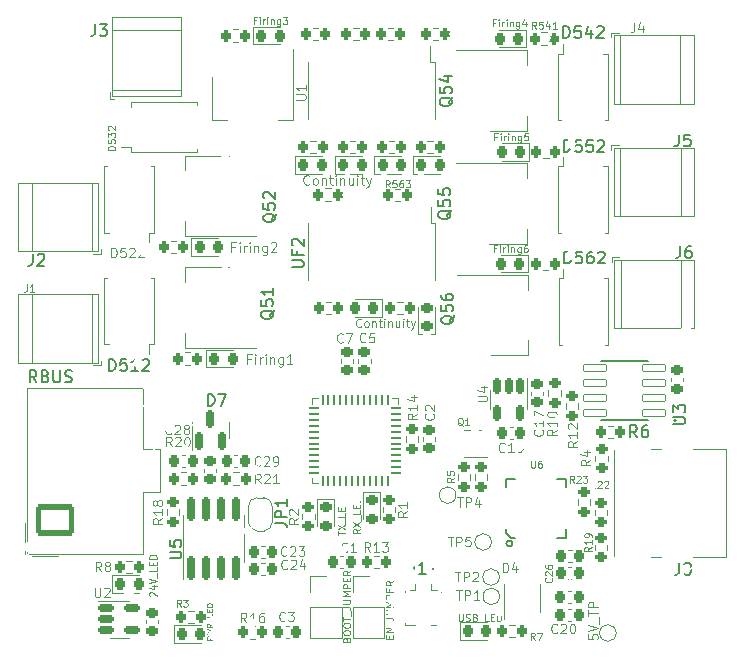
<source format=gbr>
%TF.GenerationSoftware,KiCad,Pcbnew,(6.0.1-0)*%
%TF.CreationDate,2022-08-02T20:22:24+01:00*%
%TF.ProjectId,Mainboard,4d61696e-626f-4617-9264-2e6b69636164,rev?*%
%TF.SameCoordinates,Original*%
%TF.FileFunction,Legend,Top*%
%TF.FilePolarity,Positive*%
%FSLAX46Y46*%
G04 Gerber Fmt 4.6, Leading zero omitted, Abs format (unit mm)*
G04 Created by KiCad (PCBNEW (6.0.1-0)) date 2022-08-02 20:22:24*
%MOMM*%
%LPD*%
G01*
G04 APERTURE LIST*
G04 Aperture macros list*
%AMRoundRect*
0 Rectangle with rounded corners*
0 $1 Rounding radius*
0 $2 $3 $4 $5 $6 $7 $8 $9 X,Y pos of 4 corners*
0 Add a 4 corners polygon primitive as box body*
4,1,4,$2,$3,$4,$5,$6,$7,$8,$9,$2,$3,0*
0 Add four circle primitives for the rounded corners*
1,1,$1+$1,$2,$3*
1,1,$1+$1,$4,$5*
1,1,$1+$1,$6,$7*
1,1,$1+$1,$8,$9*
0 Add four rect primitives between the rounded corners*
20,1,$1+$1,$2,$3,$4,$5,0*
20,1,$1+$1,$4,$5,$6,$7,0*
20,1,$1+$1,$6,$7,$8,$9,0*
20,1,$1+$1,$8,$9,$2,$3,0*%
%AMFreePoly0*
4,1,22,0.500000,-0.750000,0.000000,-0.750000,0.000000,-0.745033,-0.079941,-0.743568,-0.215256,-0.701293,-0.333266,-0.622738,-0.424486,-0.514219,-0.481581,-0.384460,-0.499164,-0.250000,-0.500000,-0.250000,-0.500000,0.250000,-0.499164,0.250000,-0.499963,0.256109,-0.478152,0.396186,-0.417904,0.524511,-0.324060,0.630769,-0.204165,0.706417,-0.067858,0.745374,0.000000,0.744959,0.000000,0.750000,
0.500000,0.750000,0.500000,-0.750000,0.500000,-0.750000,$1*%
%AMFreePoly1*
4,1,20,0.000000,0.744959,0.073905,0.744508,0.209726,0.703889,0.328688,0.626782,0.421226,0.519385,0.479903,0.390333,0.500000,0.250000,0.500000,-0.250000,0.499851,-0.262216,0.476331,-0.402017,0.414519,-0.529596,0.319384,-0.634700,0.198574,-0.708877,0.061801,-0.746166,0.000000,-0.745033,0.000000,-0.750000,-0.500000,-0.750000,-0.500000,0.750000,0.000000,0.750000,0.000000,0.744959,
0.000000,0.744959,$1*%
G04 Aperture macros list end*
%ADD10C,0.100000*%
%ADD11C,0.120000*%
%ADD12C,0.150000*%
%ADD13C,0.127000*%
%ADD14C,0.200000*%
%ADD15RoundRect,0.200000X-0.200000X-0.275000X0.200000X-0.275000X0.200000X0.275000X-0.200000X0.275000X0*%
%ADD16RoundRect,0.218750X-0.218750X-0.256250X0.218750X-0.256250X0.218750X0.256250X-0.218750X0.256250X0*%
%ADD17C,0.700000*%
%ADD18O,2.400000X0.900000*%
%ADD19O,1.700000X0.900000*%
%ADD20R,1.700000X1.700000*%
%ADD21O,1.700000X1.700000*%
%ADD22RoundRect,0.225000X-0.225000X-0.250000X0.225000X-0.250000X0.225000X0.250000X-0.225000X0.250000X0*%
%ADD23C,1.000000*%
%ADD24RoundRect,0.225000X0.250000X-0.225000X0.250000X0.225000X-0.250000X0.225000X-0.250000X-0.225000X0*%
%ADD25R,1.000000X1.000000*%
%ADD26R,1.050000X2.200000*%
%ADD27RoundRect,0.200000X0.275000X-0.200000X0.275000X0.200000X-0.275000X0.200000X-0.275000X-0.200000X0*%
%ADD28RoundRect,0.225000X0.225000X0.250000X-0.225000X0.250000X-0.225000X-0.250000X0.225000X-0.250000X0*%
%ADD29R,1.500000X2.000000*%
%ADD30R,3.800000X2.000000*%
%ADD31RoundRect,0.218750X0.218750X0.256250X-0.218750X0.256250X-0.218750X-0.256250X0.218750X-0.256250X0*%
%ADD32R,2.100000X2.100000*%
%ADD33C,2.100000*%
%ADD34RoundRect,0.200000X0.200000X0.275000X-0.200000X0.275000X-0.200000X-0.275000X0.200000X-0.275000X0*%
%ADD35RoundRect,0.218750X0.256250X-0.218750X0.256250X0.218750X-0.256250X0.218750X-0.256250X-0.218750X0*%
%ADD36R,2.000000X1.500000*%
%ADD37R,2.000000X3.800000*%
%ADD38R,0.800000X1.300000*%
%ADD39RoundRect,0.225000X-0.250000X0.225000X-0.250000X-0.225000X0.250000X-0.225000X0.250000X0.225000X0*%
%ADD40R,0.950000X1.000000*%
%ADD41R,3.200000X4.900000*%
%ADD42RoundRect,0.150000X0.150000X-0.587500X0.150000X0.587500X-0.150000X0.587500X-0.150000X-0.587500X0*%
%ADD43RoundRect,0.218750X-0.256250X0.218750X-0.256250X-0.218750X0.256250X-0.218750X0.256250X0.218750X0*%
%ADD44RoundRect,0.150000X-0.512500X-0.150000X0.512500X-0.150000X0.512500X0.150000X-0.512500X0.150000X0*%
%ADD45C,5.600000*%
%ADD46RoundRect,0.200000X-0.275000X0.200000X-0.275000X-0.200000X0.275000X-0.200000X0.275000X0.200000X0*%
%ADD47RoundRect,0.062500X0.337500X0.062500X-0.337500X0.062500X-0.337500X-0.062500X0.337500X-0.062500X0*%
%ADD48RoundRect,0.062500X0.062500X0.337500X-0.062500X0.337500X-0.062500X-0.337500X0.062500X-0.337500X0*%
%ADD49R,5.300000X5.300000*%
%ADD50RoundRect,0.150000X0.150000X-0.825000X0.150000X0.825000X-0.150000X0.825000X-0.150000X-0.825000X0*%
%ADD51R,0.254000X0.900000*%
%ADD52R,0.900000X0.254000*%
%ADD53R,3.100000X3.100000*%
%ADD54RoundRect,0.250001X1.399999X-1.099999X1.399999X1.099999X-1.399999X1.099999X-1.399999X-1.099999X0*%
%ADD55O,3.300000X2.700000*%
%ADD56R,1.000000X0.950000*%
%ADD57R,4.900000X3.200000*%
%ADD58R,0.650000X0.400000*%
%ADD59FreePoly0,90.000000*%
%ADD60FreePoly1,90.000000*%
%ADD61RoundRect,0.150000X-0.150000X0.512500X-0.150000X-0.512500X0.150000X-0.512500X0.150000X0.512500X0*%
%ADD62RoundRect,0.042000X0.943000X0.258000X-0.943000X0.258000X-0.943000X-0.258000X0.943000X-0.258000X0*%
%ADD63R,2.150000X2.150000*%
%ADD64R,1.200000X1.400000*%
%ADD65R,1.000000X1.400000*%
%ADD66C,0.600000*%
%ADD67C,0.800000*%
G04 APERTURE END LIST*
D10*
X166241904Y-121781904D02*
X166241904Y-122162857D01*
X166622857Y-122200952D01*
X166584761Y-122162857D01*
X166546666Y-122086666D01*
X166546666Y-121896190D01*
X166584761Y-121820000D01*
X166622857Y-121781904D01*
X166699047Y-121743809D01*
X166889523Y-121743809D01*
X166965714Y-121781904D01*
X167003809Y-121820000D01*
X167041904Y-121896190D01*
X167041904Y-122086666D01*
X167003809Y-122162857D01*
X166965714Y-122200952D01*
X166241904Y-121515238D02*
X167041904Y-121248571D01*
X166241904Y-120981904D01*
X167118095Y-120905714D02*
X167118095Y-120296190D01*
X166241904Y-120220000D02*
X166241904Y-119762857D01*
X167041904Y-119991428D02*
X166241904Y-119991428D01*
X167041904Y-119496190D02*
X166241904Y-119496190D01*
X166241904Y-119191428D01*
X166280000Y-119115238D01*
X166318095Y-119077142D01*
X166394285Y-119039047D01*
X166508571Y-119039047D01*
X166584761Y-119077142D01*
X166622857Y-119115238D01*
X166660952Y-119191428D01*
X166660952Y-119496190D01*
D11*
X142607142Y-83635714D02*
X142569047Y-83673809D01*
X142454761Y-83711904D01*
X142378571Y-83711904D01*
X142264285Y-83673809D01*
X142188095Y-83597619D01*
X142150000Y-83521428D01*
X142111904Y-83369047D01*
X142111904Y-83254761D01*
X142150000Y-83102380D01*
X142188095Y-83026190D01*
X142264285Y-82950000D01*
X142378571Y-82911904D01*
X142454761Y-82911904D01*
X142569047Y-82950000D01*
X142607142Y-82988095D01*
X143064285Y-83711904D02*
X142988095Y-83673809D01*
X142950000Y-83635714D01*
X142911904Y-83559523D01*
X142911904Y-83330952D01*
X142950000Y-83254761D01*
X142988095Y-83216666D01*
X143064285Y-83178571D01*
X143178571Y-83178571D01*
X143254761Y-83216666D01*
X143292857Y-83254761D01*
X143330952Y-83330952D01*
X143330952Y-83559523D01*
X143292857Y-83635714D01*
X143254761Y-83673809D01*
X143178571Y-83711904D01*
X143064285Y-83711904D01*
X143673809Y-83178571D02*
X143673809Y-83711904D01*
X143673809Y-83254761D02*
X143711904Y-83216666D01*
X143788095Y-83178571D01*
X143902380Y-83178571D01*
X143978571Y-83216666D01*
X144016666Y-83292857D01*
X144016666Y-83711904D01*
X144283333Y-83178571D02*
X144588095Y-83178571D01*
X144397619Y-82911904D02*
X144397619Y-83597619D01*
X144435714Y-83673809D01*
X144511904Y-83711904D01*
X144588095Y-83711904D01*
X144854761Y-83711904D02*
X144854761Y-83178571D01*
X144854761Y-82911904D02*
X144816666Y-82950000D01*
X144854761Y-82988095D01*
X144892857Y-82950000D01*
X144854761Y-82911904D01*
X144854761Y-82988095D01*
X145235714Y-83178571D02*
X145235714Y-83711904D01*
X145235714Y-83254761D02*
X145273809Y-83216666D01*
X145350000Y-83178571D01*
X145464285Y-83178571D01*
X145540476Y-83216666D01*
X145578571Y-83292857D01*
X145578571Y-83711904D01*
X146302380Y-83178571D02*
X146302380Y-83711904D01*
X145959523Y-83178571D02*
X145959523Y-83597619D01*
X145997619Y-83673809D01*
X146073809Y-83711904D01*
X146188095Y-83711904D01*
X146264285Y-83673809D01*
X146302380Y-83635714D01*
X146683333Y-83711904D02*
X146683333Y-83178571D01*
X146683333Y-82911904D02*
X146645238Y-82950000D01*
X146683333Y-82988095D01*
X146721428Y-82950000D01*
X146683333Y-82911904D01*
X146683333Y-82988095D01*
X146950000Y-83178571D02*
X147254761Y-83178571D01*
X147064285Y-82911904D02*
X147064285Y-83597619D01*
X147102380Y-83673809D01*
X147178571Y-83711904D01*
X147254761Y-83711904D01*
X147445238Y-83178571D02*
X147635714Y-83711904D01*
X147826190Y-83178571D02*
X147635714Y-83711904D01*
X147559523Y-83902380D01*
X147521428Y-83940476D01*
X147445238Y-83978571D01*
D10*
X149397142Y-122168571D02*
X149397142Y-121968571D01*
X149711428Y-121882857D02*
X149711428Y-122168571D01*
X149111428Y-122168571D01*
X149111428Y-121882857D01*
X149711428Y-121625714D02*
X149111428Y-121625714D01*
X149711428Y-121282857D01*
X149111428Y-121282857D01*
X149768571Y-121140000D02*
X149768571Y-120682857D01*
X149111428Y-120368571D02*
X149540000Y-120368571D01*
X149625714Y-120397142D01*
X149682857Y-120454285D01*
X149711428Y-120540000D01*
X149711428Y-120597142D01*
X149111428Y-120082857D02*
X149597142Y-120082857D01*
X149654285Y-120054285D01*
X149682857Y-120025714D01*
X149711428Y-119968571D01*
X149711428Y-119854285D01*
X149682857Y-119797142D01*
X149654285Y-119768571D01*
X149597142Y-119740000D01*
X149111428Y-119740000D01*
X149711428Y-119454285D02*
X149111428Y-119454285D01*
X149540000Y-119254285D01*
X149111428Y-119054285D01*
X149711428Y-119054285D01*
X149711428Y-118768571D02*
X149111428Y-118768571D01*
X149111428Y-118540000D01*
X149140000Y-118482857D01*
X149168571Y-118454285D01*
X149225714Y-118425714D01*
X149311428Y-118425714D01*
X149368571Y-118454285D01*
X149397142Y-118482857D01*
X149425714Y-118540000D01*
X149425714Y-118768571D01*
X149397142Y-118168571D02*
X149397142Y-117968571D01*
X149711428Y-117882857D02*
X149711428Y-118168571D01*
X149111428Y-118168571D01*
X149111428Y-117882857D01*
X149711428Y-117282857D02*
X149425714Y-117482857D01*
X149711428Y-117625714D02*
X149111428Y-117625714D01*
X149111428Y-117397142D01*
X149140000Y-117340000D01*
X149168571Y-117311428D01*
X149225714Y-117282857D01*
X149311428Y-117282857D01*
X149368571Y-117311428D01*
X149397142Y-117340000D01*
X149425714Y-117397142D01*
X149425714Y-117625714D01*
X145767142Y-122220000D02*
X145795714Y-122134285D01*
X145824285Y-122105714D01*
X145881428Y-122077142D01*
X145967142Y-122077142D01*
X146024285Y-122105714D01*
X146052857Y-122134285D01*
X146081428Y-122191428D01*
X146081428Y-122420000D01*
X145481428Y-122420000D01*
X145481428Y-122220000D01*
X145510000Y-122162857D01*
X145538571Y-122134285D01*
X145595714Y-122105714D01*
X145652857Y-122105714D01*
X145710000Y-122134285D01*
X145738571Y-122162857D01*
X145767142Y-122220000D01*
X145767142Y-122420000D01*
X145481428Y-121705714D02*
X145481428Y-121591428D01*
X145510000Y-121534285D01*
X145567142Y-121477142D01*
X145681428Y-121448571D01*
X145881428Y-121448571D01*
X145995714Y-121477142D01*
X146052857Y-121534285D01*
X146081428Y-121591428D01*
X146081428Y-121705714D01*
X146052857Y-121762857D01*
X145995714Y-121820000D01*
X145881428Y-121848571D01*
X145681428Y-121848571D01*
X145567142Y-121820000D01*
X145510000Y-121762857D01*
X145481428Y-121705714D01*
X145481428Y-121077142D02*
X145481428Y-120962857D01*
X145510000Y-120905714D01*
X145567142Y-120848571D01*
X145681428Y-120820000D01*
X145881428Y-120820000D01*
X145995714Y-120848571D01*
X146052857Y-120905714D01*
X146081428Y-120962857D01*
X146081428Y-121077142D01*
X146052857Y-121134285D01*
X145995714Y-121191428D01*
X145881428Y-121220000D01*
X145681428Y-121220000D01*
X145567142Y-121191428D01*
X145510000Y-121134285D01*
X145481428Y-121077142D01*
X145481428Y-120648571D02*
X145481428Y-120305714D01*
X146081428Y-120477142D02*
X145481428Y-120477142D01*
X146138571Y-120248571D02*
X146138571Y-119791428D01*
X145481428Y-119477142D02*
X145910000Y-119477142D01*
X145995714Y-119505714D01*
X146052857Y-119562857D01*
X146081428Y-119648571D01*
X146081428Y-119705714D01*
X145481428Y-119191428D02*
X145967142Y-119191428D01*
X146024285Y-119162857D01*
X146052857Y-119134285D01*
X146081428Y-119077142D01*
X146081428Y-118962857D01*
X146052857Y-118905714D01*
X146024285Y-118877142D01*
X145967142Y-118848571D01*
X145481428Y-118848571D01*
X146081428Y-118562857D02*
X145481428Y-118562857D01*
X145910000Y-118362857D01*
X145481428Y-118162857D01*
X146081428Y-118162857D01*
X146081428Y-117877142D02*
X145481428Y-117877142D01*
X145481428Y-117648571D01*
X145510000Y-117591428D01*
X145538571Y-117562857D01*
X145595714Y-117534285D01*
X145681428Y-117534285D01*
X145738571Y-117562857D01*
X145767142Y-117591428D01*
X145795714Y-117648571D01*
X145795714Y-117877142D01*
X145767142Y-117277142D02*
X145767142Y-117077142D01*
X146081428Y-116991428D02*
X146081428Y-117277142D01*
X145481428Y-117277142D01*
X145481428Y-116991428D01*
X146081428Y-116391428D02*
X145795714Y-116591428D01*
X146081428Y-116734285D02*
X145481428Y-116734285D01*
X145481428Y-116505714D01*
X145510000Y-116448571D01*
X145538571Y-116420000D01*
X145595714Y-116391428D01*
X145681428Y-116391428D01*
X145738571Y-116420000D01*
X145767142Y-116448571D01*
X145795714Y-116505714D01*
X145795714Y-116734285D01*
D11*
%TO.C,R8*%
X124986666Y-116441904D02*
X124720000Y-116060952D01*
X124529523Y-116441904D02*
X124529523Y-115641904D01*
X124834285Y-115641904D01*
X124910476Y-115680000D01*
X124948571Y-115718095D01*
X124986666Y-115794285D01*
X124986666Y-115908571D01*
X124948571Y-115984761D01*
X124910476Y-116022857D01*
X124834285Y-116060952D01*
X124529523Y-116060952D01*
X125443809Y-115984761D02*
X125367619Y-115946666D01*
X125329523Y-115908571D01*
X125291428Y-115832380D01*
X125291428Y-115794285D01*
X125329523Y-115718095D01*
X125367619Y-115680000D01*
X125443809Y-115641904D01*
X125596190Y-115641904D01*
X125672380Y-115680000D01*
X125710476Y-115718095D01*
X125748571Y-115794285D01*
X125748571Y-115832380D01*
X125710476Y-115908571D01*
X125672380Y-115946666D01*
X125596190Y-115984761D01*
X125443809Y-115984761D01*
X125367619Y-116022857D01*
X125329523Y-116060952D01*
X125291428Y-116137142D01*
X125291428Y-116289523D01*
X125329523Y-116365714D01*
X125367619Y-116403809D01*
X125443809Y-116441904D01*
X125596190Y-116441904D01*
X125672380Y-116403809D01*
X125710476Y-116365714D01*
X125748571Y-116289523D01*
X125748571Y-116137142D01*
X125710476Y-116060952D01*
X125672380Y-116022857D01*
X125596190Y-115984761D01*
%TO.C,Firing1*%
X137630952Y-98442857D02*
X137364285Y-98442857D01*
X137364285Y-98861904D02*
X137364285Y-98061904D01*
X137745238Y-98061904D01*
X138050000Y-98861904D02*
X138050000Y-98328571D01*
X138050000Y-98061904D02*
X138011904Y-98100000D01*
X138050000Y-98138095D01*
X138088095Y-98100000D01*
X138050000Y-98061904D01*
X138050000Y-98138095D01*
X138430952Y-98861904D02*
X138430952Y-98328571D01*
X138430952Y-98480952D02*
X138469047Y-98404761D01*
X138507142Y-98366666D01*
X138583333Y-98328571D01*
X138659523Y-98328571D01*
X138926190Y-98861904D02*
X138926190Y-98328571D01*
X138926190Y-98061904D02*
X138888095Y-98100000D01*
X138926190Y-98138095D01*
X138964285Y-98100000D01*
X138926190Y-98061904D01*
X138926190Y-98138095D01*
X139307142Y-98328571D02*
X139307142Y-98861904D01*
X139307142Y-98404761D02*
X139345238Y-98366666D01*
X139421428Y-98328571D01*
X139535714Y-98328571D01*
X139611904Y-98366666D01*
X139650000Y-98442857D01*
X139650000Y-98861904D01*
X140373809Y-98328571D02*
X140373809Y-98976190D01*
X140335714Y-99052380D01*
X140297619Y-99090476D01*
X140221428Y-99128571D01*
X140107142Y-99128571D01*
X140030952Y-99090476D01*
X140373809Y-98823809D02*
X140297619Y-98861904D01*
X140145238Y-98861904D01*
X140069047Y-98823809D01*
X140030952Y-98785714D01*
X139992857Y-98709523D01*
X139992857Y-98480952D01*
X140030952Y-98404761D01*
X140069047Y-98366666D01*
X140145238Y-98328571D01*
X140297619Y-98328571D01*
X140373809Y-98366666D01*
X141173809Y-98861904D02*
X140716666Y-98861904D01*
X140945238Y-98861904D02*
X140945238Y-98061904D01*
X140869047Y-98176190D01*
X140792857Y-98252380D01*
X140716666Y-98290476D01*
D12*
%TO.C,J8*%
X173916666Y-115732380D02*
X173916666Y-116446666D01*
X173869047Y-116589523D01*
X173773809Y-116684761D01*
X173630952Y-116732380D01*
X173535714Y-116732380D01*
X174535714Y-116160952D02*
X174440476Y-116113333D01*
X174392857Y-116065714D01*
X174345238Y-115970476D01*
X174345238Y-115922857D01*
X174392857Y-115827619D01*
X174440476Y-115780000D01*
X174535714Y-115732380D01*
X174726190Y-115732380D01*
X174821428Y-115780000D01*
X174869047Y-115827619D01*
X174916666Y-115922857D01*
X174916666Y-115970476D01*
X174869047Y-116065714D01*
X174821428Y-116113333D01*
X174726190Y-116160952D01*
X174535714Y-116160952D01*
X174440476Y-116208571D01*
X174392857Y-116256190D01*
X174345238Y-116351428D01*
X174345238Y-116541904D01*
X174392857Y-116637142D01*
X174440476Y-116684761D01*
X174535714Y-116732380D01*
X174726190Y-116732380D01*
X174821428Y-116684761D01*
X174869047Y-116637142D01*
X174916666Y-116541904D01*
X174916666Y-116351428D01*
X174869047Y-116256190D01*
X174821428Y-116208571D01*
X174726190Y-116160952D01*
D11*
%TO.C,C24*%
X140715714Y-116185714D02*
X140677619Y-116223809D01*
X140563333Y-116261904D01*
X140487142Y-116261904D01*
X140372857Y-116223809D01*
X140296666Y-116147619D01*
X140258571Y-116071428D01*
X140220476Y-115919047D01*
X140220476Y-115804761D01*
X140258571Y-115652380D01*
X140296666Y-115576190D01*
X140372857Y-115500000D01*
X140487142Y-115461904D01*
X140563333Y-115461904D01*
X140677619Y-115500000D01*
X140715714Y-115538095D01*
X141020476Y-115538095D02*
X141058571Y-115500000D01*
X141134761Y-115461904D01*
X141325238Y-115461904D01*
X141401428Y-115500000D01*
X141439523Y-115538095D01*
X141477619Y-115614285D01*
X141477619Y-115690476D01*
X141439523Y-115804761D01*
X140982380Y-116261904D01*
X141477619Y-116261904D01*
X142163333Y-115728571D02*
X142163333Y-116261904D01*
X141972857Y-115423809D02*
X141782380Y-115995238D01*
X142277619Y-115995238D01*
%TO.C,TP5*%
X154340476Y-113531904D02*
X154797619Y-113531904D01*
X154569047Y-114331904D02*
X154569047Y-113531904D01*
X155064285Y-114331904D02*
X155064285Y-113531904D01*
X155369047Y-113531904D01*
X155445238Y-113570000D01*
X155483333Y-113608095D01*
X155521428Y-113684285D01*
X155521428Y-113798571D01*
X155483333Y-113874761D01*
X155445238Y-113912857D01*
X155369047Y-113950952D01*
X155064285Y-113950952D01*
X156245238Y-113531904D02*
X155864285Y-113531904D01*
X155826190Y-113912857D01*
X155864285Y-113874761D01*
X155940476Y-113836666D01*
X156130952Y-113836666D01*
X156207142Y-113874761D01*
X156245238Y-113912857D01*
X156283333Y-113989047D01*
X156283333Y-114179523D01*
X156245238Y-114255714D01*
X156207142Y-114293809D01*
X156130952Y-114331904D01*
X155940476Y-114331904D01*
X155864285Y-114293809D01*
X155826190Y-114255714D01*
D12*
%TO.C,R6*%
X170353333Y-105102380D02*
X170020000Y-104626190D01*
X169781904Y-105102380D02*
X169781904Y-104102380D01*
X170162857Y-104102380D01*
X170258095Y-104150000D01*
X170305714Y-104197619D01*
X170353333Y-104292857D01*
X170353333Y-104435714D01*
X170305714Y-104530952D01*
X170258095Y-104578571D01*
X170162857Y-104626190D01*
X169781904Y-104626190D01*
X171210476Y-104102380D02*
X171020000Y-104102380D01*
X170924761Y-104150000D01*
X170877142Y-104197619D01*
X170781904Y-104340476D01*
X170734285Y-104530952D01*
X170734285Y-104911904D01*
X170781904Y-105007142D01*
X170829523Y-105054761D01*
X170924761Y-105102380D01*
X171115238Y-105102380D01*
X171210476Y-105054761D01*
X171258095Y-105007142D01*
X171305714Y-104911904D01*
X171305714Y-104673809D01*
X171258095Y-104578571D01*
X171210476Y-104530952D01*
X171115238Y-104483333D01*
X170924761Y-104483333D01*
X170829523Y-104530952D01*
X170781904Y-104578571D01*
X170734285Y-104673809D01*
D11*
%TO.C,C23*%
X140675714Y-115075714D02*
X140637619Y-115113809D01*
X140523333Y-115151904D01*
X140447142Y-115151904D01*
X140332857Y-115113809D01*
X140256666Y-115037619D01*
X140218571Y-114961428D01*
X140180476Y-114809047D01*
X140180476Y-114694761D01*
X140218571Y-114542380D01*
X140256666Y-114466190D01*
X140332857Y-114390000D01*
X140447142Y-114351904D01*
X140523333Y-114351904D01*
X140637619Y-114390000D01*
X140675714Y-114428095D01*
X140980476Y-114428095D02*
X141018571Y-114390000D01*
X141094761Y-114351904D01*
X141285238Y-114351904D01*
X141361428Y-114390000D01*
X141399523Y-114428095D01*
X141437619Y-114504285D01*
X141437619Y-114580476D01*
X141399523Y-114694761D01*
X140942380Y-115151904D01*
X141437619Y-115151904D01*
X141704285Y-114351904D02*
X142199523Y-114351904D01*
X141932857Y-114656666D01*
X142047142Y-114656666D01*
X142123333Y-114694761D01*
X142161428Y-114732857D01*
X142199523Y-114809047D01*
X142199523Y-114999523D01*
X142161428Y-115075714D01*
X142123333Y-115113809D01*
X142047142Y-115151904D01*
X141818571Y-115151904D01*
X141742380Y-115113809D01*
X141704285Y-115075714D01*
%TO.C,C7*%
X145426666Y-97015714D02*
X145388571Y-97053809D01*
X145274285Y-97091904D01*
X145198095Y-97091904D01*
X145083809Y-97053809D01*
X145007619Y-96977619D01*
X144969523Y-96901428D01*
X144931428Y-96749047D01*
X144931428Y-96634761D01*
X144969523Y-96482380D01*
X145007619Y-96406190D01*
X145083809Y-96330000D01*
X145198095Y-96291904D01*
X145274285Y-96291904D01*
X145388571Y-96330000D01*
X145426666Y-96368095D01*
X145693333Y-96291904D02*
X146226666Y-96291904D01*
X145883809Y-97091904D01*
%TO.C,TP2*%
X154950476Y-116491904D02*
X155407619Y-116491904D01*
X155179047Y-117291904D02*
X155179047Y-116491904D01*
X155674285Y-117291904D02*
X155674285Y-116491904D01*
X155979047Y-116491904D01*
X156055238Y-116530000D01*
X156093333Y-116568095D01*
X156131428Y-116644285D01*
X156131428Y-116758571D01*
X156093333Y-116834761D01*
X156055238Y-116872857D01*
X155979047Y-116910952D01*
X155674285Y-116910952D01*
X156436190Y-116568095D02*
X156474285Y-116530000D01*
X156550476Y-116491904D01*
X156740952Y-116491904D01*
X156817142Y-116530000D01*
X156855238Y-116568095D01*
X156893333Y-116644285D01*
X156893333Y-116720476D01*
X156855238Y-116834761D01*
X156398095Y-117291904D01*
X156893333Y-117291904D01*
D12*
%TO.C,J11*%
X151450476Y-115652380D02*
X151450476Y-116366666D01*
X151402857Y-116509523D01*
X151307619Y-116604761D01*
X151164761Y-116652380D01*
X151069523Y-116652380D01*
X152450476Y-116652380D02*
X151879047Y-116652380D01*
X152164761Y-116652380D02*
X152164761Y-115652380D01*
X152069523Y-115795238D01*
X151974285Y-115890476D01*
X151879047Y-115938095D01*
X153402857Y-116652380D02*
X152831428Y-116652380D01*
X153117142Y-116652380D02*
X153117142Y-115652380D01*
X153021904Y-115795238D01*
X152926666Y-115890476D01*
X152831428Y-115938095D01*
D11*
%TO.C,R4*%
X166401904Y-107023333D02*
X166020952Y-107290000D01*
X166401904Y-107480476D02*
X165601904Y-107480476D01*
X165601904Y-107175714D01*
X165640000Y-107099523D01*
X165678095Y-107061428D01*
X165754285Y-107023333D01*
X165868571Y-107023333D01*
X165944761Y-107061428D01*
X165982857Y-107099523D01*
X166020952Y-107175714D01*
X166020952Y-107480476D01*
X165868571Y-106337619D02*
X166401904Y-106337619D01*
X165563809Y-106528095D02*
X166135238Y-106718571D01*
X166135238Y-106223333D01*
%TO.C,C28*%
X130915714Y-104775714D02*
X130877619Y-104813809D01*
X130763333Y-104851904D01*
X130687142Y-104851904D01*
X130572857Y-104813809D01*
X130496666Y-104737619D01*
X130458571Y-104661428D01*
X130420476Y-104509047D01*
X130420476Y-104394761D01*
X130458571Y-104242380D01*
X130496666Y-104166190D01*
X130572857Y-104090000D01*
X130687142Y-104051904D01*
X130763333Y-104051904D01*
X130877619Y-104090000D01*
X130915714Y-104128095D01*
X131220476Y-104128095D02*
X131258571Y-104090000D01*
X131334761Y-104051904D01*
X131525238Y-104051904D01*
X131601428Y-104090000D01*
X131639523Y-104128095D01*
X131677619Y-104204285D01*
X131677619Y-104280476D01*
X131639523Y-104394761D01*
X131182380Y-104851904D01*
X131677619Y-104851904D01*
X132134761Y-104394761D02*
X132058571Y-104356666D01*
X132020476Y-104318571D01*
X131982380Y-104242380D01*
X131982380Y-104204285D01*
X132020476Y-104128095D01*
X132058571Y-104090000D01*
X132134761Y-104051904D01*
X132287142Y-104051904D01*
X132363333Y-104090000D01*
X132401428Y-104128095D01*
X132439523Y-104204285D01*
X132439523Y-104242380D01*
X132401428Y-104318571D01*
X132363333Y-104356666D01*
X132287142Y-104394761D01*
X132134761Y-104394761D01*
X132058571Y-104432857D01*
X132020476Y-104470952D01*
X131982380Y-104547142D01*
X131982380Y-104699523D01*
X132020476Y-104775714D01*
X132058571Y-104813809D01*
X132134761Y-104851904D01*
X132287142Y-104851904D01*
X132363333Y-104813809D01*
X132401428Y-104775714D01*
X132439523Y-104699523D01*
X132439523Y-104547142D01*
X132401428Y-104470952D01*
X132363333Y-104432857D01*
X132287142Y-104394761D01*
D10*
%TO.C,Firing4*%
X158335714Y-70007142D02*
X158135714Y-70007142D01*
X158135714Y-70321428D02*
X158135714Y-69721428D01*
X158421428Y-69721428D01*
X158650000Y-70321428D02*
X158650000Y-69921428D01*
X158650000Y-69721428D02*
X158621428Y-69750000D01*
X158650000Y-69778571D01*
X158678571Y-69750000D01*
X158650000Y-69721428D01*
X158650000Y-69778571D01*
X158935714Y-70321428D02*
X158935714Y-69921428D01*
X158935714Y-70035714D02*
X158964285Y-69978571D01*
X158992857Y-69950000D01*
X159050000Y-69921428D01*
X159107142Y-69921428D01*
X159307142Y-70321428D02*
X159307142Y-69921428D01*
X159307142Y-69721428D02*
X159278571Y-69750000D01*
X159307142Y-69778571D01*
X159335714Y-69750000D01*
X159307142Y-69721428D01*
X159307142Y-69778571D01*
X159592857Y-69921428D02*
X159592857Y-70321428D01*
X159592857Y-69978571D02*
X159621428Y-69950000D01*
X159678571Y-69921428D01*
X159764285Y-69921428D01*
X159821428Y-69950000D01*
X159850000Y-70007142D01*
X159850000Y-70321428D01*
X160392857Y-69921428D02*
X160392857Y-70407142D01*
X160364285Y-70464285D01*
X160335714Y-70492857D01*
X160278571Y-70521428D01*
X160192857Y-70521428D01*
X160135714Y-70492857D01*
X160392857Y-70292857D02*
X160335714Y-70321428D01*
X160221428Y-70321428D01*
X160164285Y-70292857D01*
X160135714Y-70264285D01*
X160107142Y-70207142D01*
X160107142Y-70035714D01*
X160135714Y-69978571D01*
X160164285Y-69950000D01*
X160221428Y-69921428D01*
X160335714Y-69921428D01*
X160392857Y-69950000D01*
X160935714Y-69921428D02*
X160935714Y-70321428D01*
X160792857Y-69692857D02*
X160650000Y-70121428D01*
X161021428Y-70121428D01*
D12*
%TO.C,J2*%
X119176666Y-89572380D02*
X119176666Y-90286666D01*
X119129047Y-90429523D01*
X119033809Y-90524761D01*
X118890952Y-90572380D01*
X118795714Y-90572380D01*
X119605238Y-89667619D02*
X119652857Y-89620000D01*
X119748095Y-89572380D01*
X119986190Y-89572380D01*
X120081428Y-89620000D01*
X120129047Y-89667619D01*
X120176666Y-89762857D01*
X120176666Y-89858095D01*
X120129047Y-90000952D01*
X119557619Y-90572380D01*
X120176666Y-90572380D01*
D10*
%TO.C,J1*%
X118710000Y-92171428D02*
X118710000Y-92600000D01*
X118681428Y-92685714D01*
X118624285Y-92742857D01*
X118538571Y-92771428D01*
X118481428Y-92771428D01*
X119310000Y-92771428D02*
X118967142Y-92771428D01*
X119138571Y-92771428D02*
X119138571Y-92171428D01*
X119081428Y-92257142D01*
X119024285Y-92314285D01*
X118967142Y-92342857D01*
%TO.C,Firing5*%
X158485714Y-79657142D02*
X158285714Y-79657142D01*
X158285714Y-79971428D02*
X158285714Y-79371428D01*
X158571428Y-79371428D01*
X158800000Y-79971428D02*
X158800000Y-79571428D01*
X158800000Y-79371428D02*
X158771428Y-79400000D01*
X158800000Y-79428571D01*
X158828571Y-79400000D01*
X158800000Y-79371428D01*
X158800000Y-79428571D01*
X159085714Y-79971428D02*
X159085714Y-79571428D01*
X159085714Y-79685714D02*
X159114285Y-79628571D01*
X159142857Y-79600000D01*
X159200000Y-79571428D01*
X159257142Y-79571428D01*
X159457142Y-79971428D02*
X159457142Y-79571428D01*
X159457142Y-79371428D02*
X159428571Y-79400000D01*
X159457142Y-79428571D01*
X159485714Y-79400000D01*
X159457142Y-79371428D01*
X159457142Y-79428571D01*
X159742857Y-79571428D02*
X159742857Y-79971428D01*
X159742857Y-79628571D02*
X159771428Y-79600000D01*
X159828571Y-79571428D01*
X159914285Y-79571428D01*
X159971428Y-79600000D01*
X160000000Y-79657142D01*
X160000000Y-79971428D01*
X160542857Y-79571428D02*
X160542857Y-80057142D01*
X160514285Y-80114285D01*
X160485714Y-80142857D01*
X160428571Y-80171428D01*
X160342857Y-80171428D01*
X160285714Y-80142857D01*
X160542857Y-79942857D02*
X160485714Y-79971428D01*
X160371428Y-79971428D01*
X160314285Y-79942857D01*
X160285714Y-79914285D01*
X160257142Y-79857142D01*
X160257142Y-79685714D01*
X160285714Y-79628571D01*
X160314285Y-79600000D01*
X160371428Y-79571428D01*
X160485714Y-79571428D01*
X160542857Y-79600000D01*
X161114285Y-79371428D02*
X160828571Y-79371428D01*
X160800000Y-79657142D01*
X160828571Y-79628571D01*
X160885714Y-79600000D01*
X161028571Y-79600000D01*
X161085714Y-79628571D01*
X161114285Y-79657142D01*
X161142857Y-79714285D01*
X161142857Y-79857142D01*
X161114285Y-79914285D01*
X161085714Y-79942857D01*
X161028571Y-79971428D01*
X160885714Y-79971428D01*
X160828571Y-79942857D01*
X160800000Y-79914285D01*
%TO.C,R563*%
X149418571Y-83951428D02*
X149218571Y-83665714D01*
X149075714Y-83951428D02*
X149075714Y-83351428D01*
X149304285Y-83351428D01*
X149361428Y-83380000D01*
X149390000Y-83408571D01*
X149418571Y-83465714D01*
X149418571Y-83551428D01*
X149390000Y-83608571D01*
X149361428Y-83637142D01*
X149304285Y-83665714D01*
X149075714Y-83665714D01*
X149961428Y-83351428D02*
X149675714Y-83351428D01*
X149647142Y-83637142D01*
X149675714Y-83608571D01*
X149732857Y-83580000D01*
X149875714Y-83580000D01*
X149932857Y-83608571D01*
X149961428Y-83637142D01*
X149990000Y-83694285D01*
X149990000Y-83837142D01*
X149961428Y-83894285D01*
X149932857Y-83922857D01*
X149875714Y-83951428D01*
X149732857Y-83951428D01*
X149675714Y-83922857D01*
X149647142Y-83894285D01*
X150504285Y-83351428D02*
X150390000Y-83351428D01*
X150332857Y-83380000D01*
X150304285Y-83408571D01*
X150247142Y-83494285D01*
X150218571Y-83608571D01*
X150218571Y-83837142D01*
X150247142Y-83894285D01*
X150275714Y-83922857D01*
X150332857Y-83951428D01*
X150447142Y-83951428D01*
X150504285Y-83922857D01*
X150532857Y-83894285D01*
X150561428Y-83837142D01*
X150561428Y-83694285D01*
X150532857Y-83637142D01*
X150504285Y-83608571D01*
X150447142Y-83580000D01*
X150332857Y-83580000D01*
X150275714Y-83608571D01*
X150247142Y-83637142D01*
X150218571Y-83694285D01*
X150761428Y-83351428D02*
X151132857Y-83351428D01*
X150932857Y-83580000D01*
X151018571Y-83580000D01*
X151075714Y-83608571D01*
X151104285Y-83637142D01*
X151132857Y-83694285D01*
X151132857Y-83837142D01*
X151104285Y-83894285D01*
X151075714Y-83922857D01*
X151018571Y-83951428D01*
X150847142Y-83951428D01*
X150790000Y-83922857D01*
X150761428Y-83894285D01*
D11*
%TO.C,Firing3*%
X138085714Y-69807142D02*
X137885714Y-69807142D01*
X137885714Y-70121428D02*
X137885714Y-69521428D01*
X138171428Y-69521428D01*
X138400000Y-70121428D02*
X138400000Y-69721428D01*
X138400000Y-69521428D02*
X138371428Y-69550000D01*
X138400000Y-69578571D01*
X138428571Y-69550000D01*
X138400000Y-69521428D01*
X138400000Y-69578571D01*
X138685714Y-70121428D02*
X138685714Y-69721428D01*
X138685714Y-69835714D02*
X138714285Y-69778571D01*
X138742857Y-69750000D01*
X138800000Y-69721428D01*
X138857142Y-69721428D01*
X139057142Y-70121428D02*
X139057142Y-69721428D01*
X139057142Y-69521428D02*
X139028571Y-69550000D01*
X139057142Y-69578571D01*
X139085714Y-69550000D01*
X139057142Y-69521428D01*
X139057142Y-69578571D01*
X139342857Y-69721428D02*
X139342857Y-70121428D01*
X139342857Y-69778571D02*
X139371428Y-69750000D01*
X139428571Y-69721428D01*
X139514285Y-69721428D01*
X139571428Y-69750000D01*
X139600000Y-69807142D01*
X139600000Y-70121428D01*
X140142857Y-69721428D02*
X140142857Y-70207142D01*
X140114285Y-70264285D01*
X140085714Y-70292857D01*
X140028571Y-70321428D01*
X139942857Y-70321428D01*
X139885714Y-70292857D01*
X140142857Y-70092857D02*
X140085714Y-70121428D01*
X139971428Y-70121428D01*
X139914285Y-70092857D01*
X139885714Y-70064285D01*
X139857142Y-70007142D01*
X139857142Y-69835714D01*
X139885714Y-69778571D01*
X139914285Y-69750000D01*
X139971428Y-69721428D01*
X140085714Y-69721428D01*
X140142857Y-69750000D01*
X140371428Y-69521428D02*
X140742857Y-69521428D01*
X140542857Y-69750000D01*
X140628571Y-69750000D01*
X140685714Y-69778571D01*
X140714285Y-69807142D01*
X140742857Y-69864285D01*
X140742857Y-70007142D01*
X140714285Y-70064285D01*
X140685714Y-70092857D01*
X140628571Y-70121428D01*
X140457142Y-70121428D01*
X140400000Y-70092857D01*
X140371428Y-70064285D01*
%TO.C,D513*%
X147000000Y-95700000D02*
X146966666Y-95733333D01*
X146866666Y-95766666D01*
X146800000Y-95766666D01*
X146700000Y-95733333D01*
X146633333Y-95666666D01*
X146600000Y-95600000D01*
X146566666Y-95466666D01*
X146566666Y-95366666D01*
X146600000Y-95233333D01*
X146633333Y-95166666D01*
X146700000Y-95100000D01*
X146800000Y-95066666D01*
X146866666Y-95066666D01*
X146966666Y-95100000D01*
X147000000Y-95133333D01*
X147400000Y-95766666D02*
X147333333Y-95733333D01*
X147300000Y-95700000D01*
X147266666Y-95633333D01*
X147266666Y-95433333D01*
X147300000Y-95366666D01*
X147333333Y-95333333D01*
X147400000Y-95300000D01*
X147500000Y-95300000D01*
X147566666Y-95333333D01*
X147600000Y-95366666D01*
X147633333Y-95433333D01*
X147633333Y-95633333D01*
X147600000Y-95700000D01*
X147566666Y-95733333D01*
X147500000Y-95766666D01*
X147400000Y-95766666D01*
X147933333Y-95300000D02*
X147933333Y-95766666D01*
X147933333Y-95366666D02*
X147966666Y-95333333D01*
X148033333Y-95300000D01*
X148133333Y-95300000D01*
X148200000Y-95333333D01*
X148233333Y-95400000D01*
X148233333Y-95766666D01*
X148466666Y-95300000D02*
X148733333Y-95300000D01*
X148566666Y-95066666D02*
X148566666Y-95666666D01*
X148600000Y-95733333D01*
X148666666Y-95766666D01*
X148733333Y-95766666D01*
X148966666Y-95766666D02*
X148966666Y-95300000D01*
X148966666Y-95066666D02*
X148933333Y-95100000D01*
X148966666Y-95133333D01*
X149000000Y-95100000D01*
X148966666Y-95066666D01*
X148966666Y-95133333D01*
X149300000Y-95300000D02*
X149300000Y-95766666D01*
X149300000Y-95366666D02*
X149333333Y-95333333D01*
X149400000Y-95300000D01*
X149500000Y-95300000D01*
X149566666Y-95333333D01*
X149600000Y-95400000D01*
X149600000Y-95766666D01*
X150233333Y-95300000D02*
X150233333Y-95766666D01*
X149933333Y-95300000D02*
X149933333Y-95666666D01*
X149966666Y-95733333D01*
X150033333Y-95766666D01*
X150133333Y-95766666D01*
X150200000Y-95733333D01*
X150233333Y-95700000D01*
X150566666Y-95766666D02*
X150566666Y-95300000D01*
X150566666Y-95066666D02*
X150533333Y-95100000D01*
X150566666Y-95133333D01*
X150600000Y-95100000D01*
X150566666Y-95066666D01*
X150566666Y-95133333D01*
X150800000Y-95300000D02*
X151066666Y-95300000D01*
X150900000Y-95066666D02*
X150900000Y-95666666D01*
X150933333Y-95733333D01*
X151000000Y-95766666D01*
X151066666Y-95766666D01*
X151233333Y-95300000D02*
X151400000Y-95766666D01*
X151566666Y-95300000D02*
X151400000Y-95766666D01*
X151333333Y-95933333D01*
X151300000Y-95966666D01*
X151233333Y-96000000D01*
%TO.C,C3*%
X140542579Y-120597841D02*
X140504484Y-120635936D01*
X140390198Y-120674031D01*
X140314008Y-120674031D01*
X140199722Y-120635936D01*
X140123532Y-120559746D01*
X140085436Y-120483555D01*
X140047341Y-120331174D01*
X140047341Y-120216888D01*
X140085436Y-120064507D01*
X140123532Y-119988317D01*
X140199722Y-119912127D01*
X140314008Y-119874031D01*
X140390198Y-119874031D01*
X140504484Y-119912127D01*
X140542579Y-119950222D01*
X140809246Y-119874031D02*
X141304484Y-119874031D01*
X141037817Y-120178793D01*
X141152103Y-120178793D01*
X141228293Y-120216888D01*
X141266389Y-120254984D01*
X141304484Y-120331174D01*
X141304484Y-120521650D01*
X141266389Y-120597841D01*
X141228293Y-120635936D01*
X141152103Y-120674031D01*
X140923532Y-120674031D01*
X140847341Y-120635936D01*
X140809246Y-120597841D01*
D12*
%TO.C,Q54*%
X154747619Y-76321428D02*
X154700000Y-76416666D01*
X154604761Y-76511904D01*
X154461904Y-76654761D01*
X154414285Y-76750000D01*
X154414285Y-76845238D01*
X154652380Y-76797619D02*
X154604761Y-76892857D01*
X154509523Y-76988095D01*
X154319047Y-77035714D01*
X153985714Y-77035714D01*
X153795238Y-76988095D01*
X153700000Y-76892857D01*
X153652380Y-76797619D01*
X153652380Y-76607142D01*
X153700000Y-76511904D01*
X153795238Y-76416666D01*
X153985714Y-76369047D01*
X154319047Y-76369047D01*
X154509523Y-76416666D01*
X154604761Y-76511904D01*
X154652380Y-76607142D01*
X154652380Y-76797619D01*
X153652380Y-75464285D02*
X153652380Y-75940476D01*
X154128571Y-75988095D01*
X154080952Y-75940476D01*
X154033333Y-75845238D01*
X154033333Y-75607142D01*
X154080952Y-75511904D01*
X154128571Y-75464285D01*
X154223809Y-75416666D01*
X154461904Y-75416666D01*
X154557142Y-75464285D01*
X154604761Y-75511904D01*
X154652380Y-75607142D01*
X154652380Y-75845238D01*
X154604761Y-75940476D01*
X154557142Y-75988095D01*
X153985714Y-74559523D02*
X154652380Y-74559523D01*
X153604761Y-74797619D02*
X154319047Y-75035714D01*
X154319047Y-74416666D01*
D10*
%TO.C,R7*%
X161690000Y-122241428D02*
X161490000Y-121955714D01*
X161347142Y-122241428D02*
X161347142Y-121641428D01*
X161575714Y-121641428D01*
X161632857Y-121670000D01*
X161661428Y-121698571D01*
X161690000Y-121755714D01*
X161690000Y-121841428D01*
X161661428Y-121898571D01*
X161632857Y-121927142D01*
X161575714Y-121955714D01*
X161347142Y-121955714D01*
X161890000Y-121641428D02*
X162290000Y-121641428D01*
X162032857Y-122241428D01*
D11*
%TO.C,U1*%
X141501904Y-76539523D02*
X142149523Y-76539523D01*
X142225714Y-76501428D01*
X142263809Y-76463333D01*
X142301904Y-76387142D01*
X142301904Y-76234761D01*
X142263809Y-76158571D01*
X142225714Y-76120476D01*
X142149523Y-76082380D01*
X141501904Y-76082380D01*
X142301904Y-75282380D02*
X142301904Y-75739523D01*
X142301904Y-75510952D02*
X141501904Y-75510952D01*
X141616190Y-75587142D01*
X141692380Y-75663333D01*
X141730476Y-75739523D01*
D12*
%TO.C,J3*%
X124476666Y-70122380D02*
X124476666Y-70836666D01*
X124429047Y-70979523D01*
X124333809Y-71074761D01*
X124190952Y-71122380D01*
X124095714Y-71122380D01*
X124857619Y-70122380D02*
X125476666Y-70122380D01*
X125143333Y-70503333D01*
X125286190Y-70503333D01*
X125381428Y-70550952D01*
X125429047Y-70598571D01*
X125476666Y-70693809D01*
X125476666Y-70931904D01*
X125429047Y-71027142D01*
X125381428Y-71074761D01*
X125286190Y-71122380D01*
X125000476Y-71122380D01*
X124905238Y-71074761D01*
X124857619Y-71027142D01*
D11*
%TO.C,C17*%
X162335714Y-104464285D02*
X162373809Y-104502380D01*
X162411904Y-104616666D01*
X162411904Y-104692857D01*
X162373809Y-104807142D01*
X162297619Y-104883333D01*
X162221428Y-104921428D01*
X162069047Y-104959523D01*
X161954761Y-104959523D01*
X161802380Y-104921428D01*
X161726190Y-104883333D01*
X161650000Y-104807142D01*
X161611904Y-104692857D01*
X161611904Y-104616666D01*
X161650000Y-104502380D01*
X161688095Y-104464285D01*
X162411904Y-103702380D02*
X162411904Y-104159523D01*
X162411904Y-103930952D02*
X161611904Y-103930952D01*
X161726190Y-104007142D01*
X161802380Y-104083333D01*
X161840476Y-104159523D01*
X161611904Y-103435714D02*
X161611904Y-102902380D01*
X162411904Y-103245238D01*
D12*
%TO.C,D562*%
X164199523Y-90392380D02*
X164199523Y-89392380D01*
X164437619Y-89392380D01*
X164580476Y-89440000D01*
X164675714Y-89535238D01*
X164723333Y-89630476D01*
X164770952Y-89820952D01*
X164770952Y-89963809D01*
X164723333Y-90154285D01*
X164675714Y-90249523D01*
X164580476Y-90344761D01*
X164437619Y-90392380D01*
X164199523Y-90392380D01*
X165675714Y-89392380D02*
X165199523Y-89392380D01*
X165151904Y-89868571D01*
X165199523Y-89820952D01*
X165294761Y-89773333D01*
X165532857Y-89773333D01*
X165628095Y-89820952D01*
X165675714Y-89868571D01*
X165723333Y-89963809D01*
X165723333Y-90201904D01*
X165675714Y-90297142D01*
X165628095Y-90344761D01*
X165532857Y-90392380D01*
X165294761Y-90392380D01*
X165199523Y-90344761D01*
X165151904Y-90297142D01*
X166580476Y-89392380D02*
X166390000Y-89392380D01*
X166294761Y-89440000D01*
X166247142Y-89487619D01*
X166151904Y-89630476D01*
X166104285Y-89820952D01*
X166104285Y-90201904D01*
X166151904Y-90297142D01*
X166199523Y-90344761D01*
X166294761Y-90392380D01*
X166485238Y-90392380D01*
X166580476Y-90344761D01*
X166628095Y-90297142D01*
X166675714Y-90201904D01*
X166675714Y-89963809D01*
X166628095Y-89868571D01*
X166580476Y-89820952D01*
X166485238Y-89773333D01*
X166294761Y-89773333D01*
X166199523Y-89820952D01*
X166151904Y-89868571D01*
X166104285Y-89963809D01*
X167056666Y-89487619D02*
X167104285Y-89440000D01*
X167199523Y-89392380D01*
X167437619Y-89392380D01*
X167532857Y-89440000D01*
X167580476Y-89487619D01*
X167628095Y-89582857D01*
X167628095Y-89678095D01*
X167580476Y-89820952D01*
X167009047Y-90392380D01*
X167628095Y-90392380D01*
%TO.C,D7*%
X134011904Y-102462380D02*
X134011904Y-101462380D01*
X134250000Y-101462380D01*
X134392857Y-101510000D01*
X134488095Y-101605238D01*
X134535714Y-101700476D01*
X134583333Y-101890952D01*
X134583333Y-102033809D01*
X134535714Y-102224285D01*
X134488095Y-102319523D01*
X134392857Y-102414761D01*
X134250000Y-102462380D01*
X134011904Y-102462380D01*
X134916666Y-101462380D02*
X135583333Y-101462380D01*
X135154761Y-102462380D01*
D11*
%TO.C,D1*%
X146901428Y-112862857D02*
X146615714Y-113062857D01*
X146901428Y-113205714D02*
X146301428Y-113205714D01*
X146301428Y-112977142D01*
X146330000Y-112920000D01*
X146358571Y-112891428D01*
X146415714Y-112862857D01*
X146501428Y-112862857D01*
X146558571Y-112891428D01*
X146587142Y-112920000D01*
X146615714Y-112977142D01*
X146615714Y-113205714D01*
X146301428Y-112662857D02*
X146901428Y-112262857D01*
X146301428Y-112262857D02*
X146901428Y-112662857D01*
X146958571Y-112177142D02*
X146958571Y-111720000D01*
X146901428Y-111291428D02*
X146901428Y-111577142D01*
X146301428Y-111577142D01*
X146587142Y-111091428D02*
X146587142Y-110891428D01*
X146901428Y-110805714D02*
X146901428Y-111091428D01*
X146301428Y-111091428D01*
X146301428Y-110805714D01*
X146901428Y-110548571D02*
X146301428Y-110548571D01*
X146301428Y-110405714D01*
X146330000Y-110320000D01*
X146387142Y-110262857D01*
X146444285Y-110234285D01*
X146558571Y-110205714D01*
X146644285Y-110205714D01*
X146758571Y-110234285D01*
X146815714Y-110262857D01*
X146872857Y-110320000D01*
X146901428Y-110405714D01*
X146901428Y-110548571D01*
%TO.C,U2*%
X124440476Y-117831904D02*
X124440476Y-118479523D01*
X124478571Y-118555714D01*
X124516666Y-118593809D01*
X124592857Y-118631904D01*
X124745238Y-118631904D01*
X124821428Y-118593809D01*
X124859523Y-118555714D01*
X124897619Y-118479523D01*
X124897619Y-117831904D01*
X125240476Y-117908095D02*
X125278571Y-117870000D01*
X125354761Y-117831904D01*
X125545238Y-117831904D01*
X125621428Y-117870000D01*
X125659523Y-117908095D01*
X125697619Y-117984285D01*
X125697619Y-118060476D01*
X125659523Y-118174761D01*
X125202380Y-118631904D01*
X125697619Y-118631904D01*
%TO.C,TP4*%
X155140476Y-110191904D02*
X155597619Y-110191904D01*
X155369047Y-110991904D02*
X155369047Y-110191904D01*
X155864285Y-110991904D02*
X155864285Y-110191904D01*
X156169047Y-110191904D01*
X156245238Y-110230000D01*
X156283333Y-110268095D01*
X156321428Y-110344285D01*
X156321428Y-110458571D01*
X156283333Y-110534761D01*
X156245238Y-110572857D01*
X156169047Y-110610952D01*
X155864285Y-110610952D01*
X157007142Y-110458571D02*
X157007142Y-110991904D01*
X156816666Y-110153809D02*
X156626190Y-110725238D01*
X157121428Y-110725238D01*
D12*
%TO.C,Q55*%
X154631935Y-85884347D02*
X154584316Y-85979585D01*
X154489077Y-86074823D01*
X154346220Y-86217680D01*
X154298601Y-86312919D01*
X154298601Y-86408157D01*
X154536696Y-86360538D02*
X154489077Y-86455776D01*
X154393839Y-86551014D01*
X154203363Y-86598633D01*
X153870030Y-86598633D01*
X153679554Y-86551014D01*
X153584316Y-86455776D01*
X153536696Y-86360538D01*
X153536696Y-86170061D01*
X153584316Y-86074823D01*
X153679554Y-85979585D01*
X153870030Y-85931966D01*
X154203363Y-85931966D01*
X154393839Y-85979585D01*
X154489077Y-86074823D01*
X154536696Y-86170061D01*
X154536696Y-86360538D01*
X153536696Y-85027204D02*
X153536696Y-85503395D01*
X154012887Y-85551014D01*
X153965268Y-85503395D01*
X153917649Y-85408157D01*
X153917649Y-85170061D01*
X153965268Y-85074823D01*
X154012887Y-85027204D01*
X154108125Y-84979585D01*
X154346220Y-84979585D01*
X154441458Y-85027204D01*
X154489077Y-85074823D01*
X154536696Y-85170061D01*
X154536696Y-85408157D01*
X154489077Y-85503395D01*
X154441458Y-85551014D01*
X153536696Y-84074823D02*
X153536696Y-84551014D01*
X154012887Y-84598633D01*
X153965268Y-84551014D01*
X153917649Y-84455776D01*
X153917649Y-84217680D01*
X153965268Y-84122442D01*
X154012887Y-84074823D01*
X154108125Y-84027204D01*
X154346220Y-84027204D01*
X154441458Y-84074823D01*
X154489077Y-84122442D01*
X154536696Y-84217680D01*
X154536696Y-84455776D01*
X154489077Y-84551014D01*
X154441458Y-84598633D01*
D11*
%TO.C,R14*%
X151721904Y-103124285D02*
X151340952Y-103390952D01*
X151721904Y-103581428D02*
X150921904Y-103581428D01*
X150921904Y-103276666D01*
X150960000Y-103200476D01*
X150998095Y-103162380D01*
X151074285Y-103124285D01*
X151188571Y-103124285D01*
X151264761Y-103162380D01*
X151302857Y-103200476D01*
X151340952Y-103276666D01*
X151340952Y-103581428D01*
X151721904Y-102362380D02*
X151721904Y-102819523D01*
X151721904Y-102590952D02*
X150921904Y-102590952D01*
X151036190Y-102667142D01*
X151112380Y-102743333D01*
X151150476Y-102819523D01*
X151188571Y-101676666D02*
X151721904Y-101676666D01*
X150883809Y-101867142D02*
X151455238Y-102057619D01*
X151455238Y-101562380D01*
%TO.C,C20*%
X163605714Y-121615714D02*
X163567619Y-121653809D01*
X163453333Y-121691904D01*
X163377142Y-121691904D01*
X163262857Y-121653809D01*
X163186666Y-121577619D01*
X163148571Y-121501428D01*
X163110476Y-121349047D01*
X163110476Y-121234761D01*
X163148571Y-121082380D01*
X163186666Y-121006190D01*
X163262857Y-120930000D01*
X163377142Y-120891904D01*
X163453333Y-120891904D01*
X163567619Y-120930000D01*
X163605714Y-120968095D01*
X163910476Y-120968095D02*
X163948571Y-120930000D01*
X164024761Y-120891904D01*
X164215238Y-120891904D01*
X164291428Y-120930000D01*
X164329523Y-120968095D01*
X164367619Y-121044285D01*
X164367619Y-121120476D01*
X164329523Y-121234761D01*
X163872380Y-121691904D01*
X164367619Y-121691904D01*
X164862857Y-120891904D02*
X164939047Y-120891904D01*
X165015238Y-120930000D01*
X165053333Y-120968095D01*
X165091428Y-121044285D01*
X165129523Y-121196666D01*
X165129523Y-121387142D01*
X165091428Y-121539523D01*
X165053333Y-121615714D01*
X165015238Y-121653809D01*
X164939047Y-121691904D01*
X164862857Y-121691904D01*
X164786666Y-121653809D01*
X164748571Y-121615714D01*
X164710476Y-121539523D01*
X164672380Y-121387142D01*
X164672380Y-121196666D01*
X164710476Y-121044285D01*
X164748571Y-120968095D01*
X164786666Y-120930000D01*
X164862857Y-120891904D01*
D12*
%TO.C,U5*%
X130772380Y-115361904D02*
X131581904Y-115361904D01*
X131677142Y-115314285D01*
X131724761Y-115266666D01*
X131772380Y-115171428D01*
X131772380Y-114980952D01*
X131724761Y-114885714D01*
X131677142Y-114838095D01*
X131581904Y-114790476D01*
X130772380Y-114790476D01*
X130772380Y-113838095D02*
X130772380Y-114314285D01*
X131248571Y-114361904D01*
X131200952Y-114314285D01*
X131153333Y-114219047D01*
X131153333Y-113980952D01*
X131200952Y-113885714D01*
X131248571Y-113838095D01*
X131343809Y-113790476D01*
X131581904Y-113790476D01*
X131677142Y-113838095D01*
X131724761Y-113885714D01*
X131772380Y-113980952D01*
X131772380Y-114219047D01*
X131724761Y-114314285D01*
X131677142Y-114361904D01*
D11*
%TO.C,D522*%
X125857619Y-89871904D02*
X125857619Y-89071904D01*
X126048095Y-89071904D01*
X126162380Y-89110000D01*
X126238571Y-89186190D01*
X126276666Y-89262380D01*
X126314761Y-89414761D01*
X126314761Y-89529047D01*
X126276666Y-89681428D01*
X126238571Y-89757619D01*
X126162380Y-89833809D01*
X126048095Y-89871904D01*
X125857619Y-89871904D01*
X127038571Y-89071904D02*
X126657619Y-89071904D01*
X126619523Y-89452857D01*
X126657619Y-89414761D01*
X126733809Y-89376666D01*
X126924285Y-89376666D01*
X127000476Y-89414761D01*
X127038571Y-89452857D01*
X127076666Y-89529047D01*
X127076666Y-89719523D01*
X127038571Y-89795714D01*
X127000476Y-89833809D01*
X126924285Y-89871904D01*
X126733809Y-89871904D01*
X126657619Y-89833809D01*
X126619523Y-89795714D01*
X127381428Y-89148095D02*
X127419523Y-89110000D01*
X127495714Y-89071904D01*
X127686190Y-89071904D01*
X127762380Y-89110000D01*
X127800476Y-89148095D01*
X127838571Y-89224285D01*
X127838571Y-89300476D01*
X127800476Y-89414761D01*
X127343333Y-89871904D01*
X127838571Y-89871904D01*
X128143333Y-89148095D02*
X128181428Y-89110000D01*
X128257619Y-89071904D01*
X128448095Y-89071904D01*
X128524285Y-89110000D01*
X128562380Y-89148095D01*
X128600476Y-89224285D01*
X128600476Y-89300476D01*
X128562380Y-89414761D01*
X128105238Y-89871904D01*
X128600476Y-89871904D01*
D12*
%TO.C,J6*%
X174006666Y-88922380D02*
X174006666Y-89636666D01*
X173959047Y-89779523D01*
X173863809Y-89874761D01*
X173720952Y-89922380D01*
X173625714Y-89922380D01*
X174911428Y-88922380D02*
X174720952Y-88922380D01*
X174625714Y-88970000D01*
X174578095Y-89017619D01*
X174482857Y-89160476D01*
X174435238Y-89350952D01*
X174435238Y-89731904D01*
X174482857Y-89827142D01*
X174530476Y-89874761D01*
X174625714Y-89922380D01*
X174816190Y-89922380D01*
X174911428Y-89874761D01*
X174959047Y-89827142D01*
X175006666Y-89731904D01*
X175006666Y-89493809D01*
X174959047Y-89398571D01*
X174911428Y-89350952D01*
X174816190Y-89303333D01*
X174625714Y-89303333D01*
X174530476Y-89350952D01*
X174482857Y-89398571D01*
X174435238Y-89493809D01*
D10*
%TO.C,U6*%
X161362857Y-107091428D02*
X161362857Y-107577142D01*
X161391428Y-107634285D01*
X161420000Y-107662857D01*
X161477142Y-107691428D01*
X161591428Y-107691428D01*
X161648571Y-107662857D01*
X161677142Y-107634285D01*
X161705714Y-107577142D01*
X161705714Y-107091428D01*
X162248571Y-107091428D02*
X162134285Y-107091428D01*
X162077142Y-107120000D01*
X162048571Y-107148571D01*
X161991428Y-107234285D01*
X161962857Y-107348571D01*
X161962857Y-107577142D01*
X161991428Y-107634285D01*
X162020000Y-107662857D01*
X162077142Y-107691428D01*
X162191428Y-107691428D01*
X162248571Y-107662857D01*
X162277142Y-107634285D01*
X162305714Y-107577142D01*
X162305714Y-107434285D01*
X162277142Y-107377142D01*
X162248571Y-107348571D01*
X162191428Y-107320000D01*
X162077142Y-107320000D01*
X162020000Y-107348571D01*
X161991428Y-107377142D01*
X161962857Y-107434285D01*
%TO.C,R5*%
X154861428Y-108540000D02*
X154575714Y-108740000D01*
X154861428Y-108882857D02*
X154261428Y-108882857D01*
X154261428Y-108654285D01*
X154290000Y-108597142D01*
X154318571Y-108568571D01*
X154375714Y-108540000D01*
X154461428Y-108540000D01*
X154518571Y-108568571D01*
X154547142Y-108597142D01*
X154575714Y-108654285D01*
X154575714Y-108882857D01*
X154261428Y-107997142D02*
X154261428Y-108282857D01*
X154547142Y-108311428D01*
X154518571Y-108282857D01*
X154490000Y-108225714D01*
X154490000Y-108082857D01*
X154518571Y-108025714D01*
X154547142Y-107997142D01*
X154604285Y-107968571D01*
X154747142Y-107968571D01*
X154804285Y-107997142D01*
X154832857Y-108025714D01*
X154861428Y-108082857D01*
X154861428Y-108225714D01*
X154832857Y-108282857D01*
X154804285Y-108311428D01*
D12*
%TO.C,J7*%
X119509523Y-100452380D02*
X119176190Y-99976190D01*
X118938095Y-100452380D02*
X118938095Y-99452380D01*
X119319047Y-99452380D01*
X119414285Y-99500000D01*
X119461904Y-99547619D01*
X119509523Y-99642857D01*
X119509523Y-99785714D01*
X119461904Y-99880952D01*
X119414285Y-99928571D01*
X119319047Y-99976190D01*
X118938095Y-99976190D01*
X120271428Y-99928571D02*
X120414285Y-99976190D01*
X120461904Y-100023809D01*
X120509523Y-100119047D01*
X120509523Y-100261904D01*
X120461904Y-100357142D01*
X120414285Y-100404761D01*
X120319047Y-100452380D01*
X119938095Y-100452380D01*
X119938095Y-99452380D01*
X120271428Y-99452380D01*
X120366666Y-99500000D01*
X120414285Y-99547619D01*
X120461904Y-99642857D01*
X120461904Y-99738095D01*
X120414285Y-99833333D01*
X120366666Y-99880952D01*
X120271428Y-99928571D01*
X119938095Y-99928571D01*
X120938095Y-99452380D02*
X120938095Y-100261904D01*
X120985714Y-100357142D01*
X121033333Y-100404761D01*
X121128571Y-100452380D01*
X121319047Y-100452380D01*
X121414285Y-100404761D01*
X121461904Y-100357142D01*
X121509523Y-100261904D01*
X121509523Y-99452380D01*
X121938095Y-100404761D02*
X122080952Y-100452380D01*
X122319047Y-100452380D01*
X122414285Y-100404761D01*
X122461904Y-100357142D01*
X122509523Y-100261904D01*
X122509523Y-100166666D01*
X122461904Y-100071428D01*
X122414285Y-100023809D01*
X122319047Y-99976190D01*
X122128571Y-99928571D01*
X122033333Y-99880952D01*
X121985714Y-99833333D01*
X121938095Y-99738095D01*
X121938095Y-99642857D01*
X121985714Y-99547619D01*
X122033333Y-99500000D01*
X122128571Y-99452380D01*
X122366666Y-99452380D01*
X122509523Y-99500000D01*
D11*
%TO.C,C29*%
X138465714Y-107445714D02*
X138427619Y-107483809D01*
X138313333Y-107521904D01*
X138237142Y-107521904D01*
X138122857Y-107483809D01*
X138046666Y-107407619D01*
X138008571Y-107331428D01*
X137970476Y-107179047D01*
X137970476Y-107064761D01*
X138008571Y-106912380D01*
X138046666Y-106836190D01*
X138122857Y-106760000D01*
X138237142Y-106721904D01*
X138313333Y-106721904D01*
X138427619Y-106760000D01*
X138465714Y-106798095D01*
X138770476Y-106798095D02*
X138808571Y-106760000D01*
X138884761Y-106721904D01*
X139075238Y-106721904D01*
X139151428Y-106760000D01*
X139189523Y-106798095D01*
X139227619Y-106874285D01*
X139227619Y-106950476D01*
X139189523Y-107064761D01*
X138732380Y-107521904D01*
X139227619Y-107521904D01*
X139608571Y-107521904D02*
X139760952Y-107521904D01*
X139837142Y-107483809D01*
X139875238Y-107445714D01*
X139951428Y-107331428D01*
X139989523Y-107179047D01*
X139989523Y-106874285D01*
X139951428Y-106798095D01*
X139913333Y-106760000D01*
X139837142Y-106721904D01*
X139684761Y-106721904D01*
X139608571Y-106760000D01*
X139570476Y-106798095D01*
X139532380Y-106874285D01*
X139532380Y-107064761D01*
X139570476Y-107140952D01*
X139608571Y-107179047D01*
X139684761Y-107217142D01*
X139837142Y-107217142D01*
X139913333Y-107179047D01*
X139951428Y-107140952D01*
X139989523Y-107064761D01*
D12*
%TO.C,Q51*%
X139627619Y-94341428D02*
X139580000Y-94436666D01*
X139484761Y-94531904D01*
X139341904Y-94674761D01*
X139294285Y-94770000D01*
X139294285Y-94865238D01*
X139532380Y-94817619D02*
X139484761Y-94912857D01*
X139389523Y-95008095D01*
X139199047Y-95055714D01*
X138865714Y-95055714D01*
X138675238Y-95008095D01*
X138580000Y-94912857D01*
X138532380Y-94817619D01*
X138532380Y-94627142D01*
X138580000Y-94531904D01*
X138675238Y-94436666D01*
X138865714Y-94389047D01*
X139199047Y-94389047D01*
X139389523Y-94436666D01*
X139484761Y-94531904D01*
X139532380Y-94627142D01*
X139532380Y-94817619D01*
X138532380Y-93484285D02*
X138532380Y-93960476D01*
X139008571Y-94008095D01*
X138960952Y-93960476D01*
X138913333Y-93865238D01*
X138913333Y-93627142D01*
X138960952Y-93531904D01*
X139008571Y-93484285D01*
X139103809Y-93436666D01*
X139341904Y-93436666D01*
X139437142Y-93484285D01*
X139484761Y-93531904D01*
X139532380Y-93627142D01*
X139532380Y-93865238D01*
X139484761Y-93960476D01*
X139437142Y-94008095D01*
X139532380Y-92484285D02*
X139532380Y-93055714D01*
X139532380Y-92770000D02*
X138532380Y-92770000D01*
X138675238Y-92865238D01*
X138770476Y-92960476D01*
X138818095Y-93055714D01*
D11*
%TO.C,C2*%
X153095714Y-103123333D02*
X153133809Y-103161428D01*
X153171904Y-103275714D01*
X153171904Y-103351904D01*
X153133809Y-103466190D01*
X153057619Y-103542380D01*
X152981428Y-103580476D01*
X152829047Y-103618571D01*
X152714761Y-103618571D01*
X152562380Y-103580476D01*
X152486190Y-103542380D01*
X152410000Y-103466190D01*
X152371904Y-103351904D01*
X152371904Y-103275714D01*
X152410000Y-103161428D01*
X152448095Y-103123333D01*
X152448095Y-102818571D02*
X152410000Y-102780476D01*
X152371904Y-102704285D01*
X152371904Y-102513809D01*
X152410000Y-102437619D01*
X152448095Y-102399523D01*
X152524285Y-102361428D01*
X152600476Y-102361428D01*
X152714761Y-102399523D01*
X153171904Y-102856666D01*
X153171904Y-102361428D01*
D10*
%TO.C,R23*%
X165014285Y-108951428D02*
X164814285Y-108665714D01*
X164671428Y-108951428D02*
X164671428Y-108351428D01*
X164900000Y-108351428D01*
X164957142Y-108380000D01*
X164985714Y-108408571D01*
X165014285Y-108465714D01*
X165014285Y-108551428D01*
X164985714Y-108608571D01*
X164957142Y-108637142D01*
X164900000Y-108665714D01*
X164671428Y-108665714D01*
X165242857Y-108408571D02*
X165271428Y-108380000D01*
X165328571Y-108351428D01*
X165471428Y-108351428D01*
X165528571Y-108380000D01*
X165557142Y-108408571D01*
X165585714Y-108465714D01*
X165585714Y-108522857D01*
X165557142Y-108608571D01*
X165214285Y-108951428D01*
X165585714Y-108951428D01*
X165785714Y-108351428D02*
X166157142Y-108351428D01*
X165957142Y-108580000D01*
X166042857Y-108580000D01*
X166100000Y-108608571D01*
X166128571Y-108637142D01*
X166157142Y-108694285D01*
X166157142Y-108837142D01*
X166128571Y-108894285D01*
X166100000Y-108922857D01*
X166042857Y-108951428D01*
X165871428Y-108951428D01*
X165814285Y-108922857D01*
X165785714Y-108894285D01*
D12*
%TO.C,Q52*%
X139797619Y-86161428D02*
X139750000Y-86256666D01*
X139654761Y-86351904D01*
X139511904Y-86494761D01*
X139464285Y-86590000D01*
X139464285Y-86685238D01*
X139702380Y-86637619D02*
X139654761Y-86732857D01*
X139559523Y-86828095D01*
X139369047Y-86875714D01*
X139035714Y-86875714D01*
X138845238Y-86828095D01*
X138750000Y-86732857D01*
X138702380Y-86637619D01*
X138702380Y-86447142D01*
X138750000Y-86351904D01*
X138845238Y-86256666D01*
X139035714Y-86209047D01*
X139369047Y-86209047D01*
X139559523Y-86256666D01*
X139654761Y-86351904D01*
X139702380Y-86447142D01*
X139702380Y-86637619D01*
X138702380Y-85304285D02*
X138702380Y-85780476D01*
X139178571Y-85828095D01*
X139130952Y-85780476D01*
X139083333Y-85685238D01*
X139083333Y-85447142D01*
X139130952Y-85351904D01*
X139178571Y-85304285D01*
X139273809Y-85256666D01*
X139511904Y-85256666D01*
X139607142Y-85304285D01*
X139654761Y-85351904D01*
X139702380Y-85447142D01*
X139702380Y-85685238D01*
X139654761Y-85780476D01*
X139607142Y-85828095D01*
X138797619Y-84875714D02*
X138750000Y-84828095D01*
X138702380Y-84732857D01*
X138702380Y-84494761D01*
X138750000Y-84399523D01*
X138797619Y-84351904D01*
X138892857Y-84304285D01*
X138988095Y-84304285D01*
X139130952Y-84351904D01*
X139702380Y-84923333D01*
X139702380Y-84304285D01*
D10*
%TO.C,D5*%
X129128571Y-118557142D02*
X129100000Y-118528571D01*
X129071428Y-118471428D01*
X129071428Y-118328571D01*
X129100000Y-118271428D01*
X129128571Y-118242857D01*
X129185714Y-118214285D01*
X129242857Y-118214285D01*
X129328571Y-118242857D01*
X129671428Y-118585714D01*
X129671428Y-118214285D01*
X129271428Y-117700000D02*
X129671428Y-117700000D01*
X129042857Y-117842857D02*
X129471428Y-117985714D01*
X129471428Y-117614285D01*
X129071428Y-117471428D02*
X129671428Y-117271428D01*
X129071428Y-117071428D01*
X129728571Y-117014285D02*
X129728571Y-116557142D01*
X129671428Y-116128571D02*
X129671428Y-116414285D01*
X129071428Y-116414285D01*
X129357142Y-115928571D02*
X129357142Y-115728571D01*
X129671428Y-115642857D02*
X129671428Y-115928571D01*
X129071428Y-115928571D01*
X129071428Y-115642857D01*
X129671428Y-115385714D02*
X129071428Y-115385714D01*
X129071428Y-115242857D01*
X129100000Y-115157142D01*
X129157142Y-115100000D01*
X129214285Y-115071428D01*
X129328571Y-115042857D01*
X129414285Y-115042857D01*
X129528571Y-115071428D01*
X129585714Y-115100000D01*
X129642857Y-115157142D01*
X129671428Y-115242857D01*
X129671428Y-115385714D01*
D11*
%TO.C,C1*%
X145806666Y-114745714D02*
X145768571Y-114783809D01*
X145654285Y-114821904D01*
X145578095Y-114821904D01*
X145463809Y-114783809D01*
X145387619Y-114707619D01*
X145349523Y-114631428D01*
X145311428Y-114479047D01*
X145311428Y-114364761D01*
X145349523Y-114212380D01*
X145387619Y-114136190D01*
X145463809Y-114060000D01*
X145578095Y-114021904D01*
X145654285Y-114021904D01*
X145768571Y-114060000D01*
X145806666Y-114098095D01*
X146568571Y-114821904D02*
X146111428Y-114821904D01*
X146340000Y-114821904D02*
X146340000Y-114021904D01*
X146263809Y-114136190D01*
X146187619Y-114212380D01*
X146111428Y-114250476D01*
D10*
%TO.C,D532*%
X126151428Y-80794285D02*
X125551428Y-80794285D01*
X125551428Y-80651428D01*
X125580000Y-80565714D01*
X125637142Y-80508571D01*
X125694285Y-80480000D01*
X125808571Y-80451428D01*
X125894285Y-80451428D01*
X126008571Y-80480000D01*
X126065714Y-80508571D01*
X126122857Y-80565714D01*
X126151428Y-80651428D01*
X126151428Y-80794285D01*
X125551428Y-79908571D02*
X125551428Y-80194285D01*
X125837142Y-80222857D01*
X125808571Y-80194285D01*
X125780000Y-80137142D01*
X125780000Y-79994285D01*
X125808571Y-79937142D01*
X125837142Y-79908571D01*
X125894285Y-79880000D01*
X126037142Y-79880000D01*
X126094285Y-79908571D01*
X126122857Y-79937142D01*
X126151428Y-79994285D01*
X126151428Y-80137142D01*
X126122857Y-80194285D01*
X126094285Y-80222857D01*
X125551428Y-79680000D02*
X125551428Y-79308571D01*
X125780000Y-79508571D01*
X125780000Y-79422857D01*
X125808571Y-79365714D01*
X125837142Y-79337142D01*
X125894285Y-79308571D01*
X126037142Y-79308571D01*
X126094285Y-79337142D01*
X126122857Y-79365714D01*
X126151428Y-79422857D01*
X126151428Y-79594285D01*
X126122857Y-79651428D01*
X126094285Y-79680000D01*
X125608571Y-79080000D02*
X125580000Y-79051428D01*
X125551428Y-78994285D01*
X125551428Y-78851428D01*
X125580000Y-78794285D01*
X125608571Y-78765714D01*
X125665714Y-78737142D01*
X125722857Y-78737142D01*
X125808571Y-78765714D01*
X126151428Y-79108571D01*
X126151428Y-78737142D01*
D11*
%TO.C,R21*%
X138475714Y-109011904D02*
X138209047Y-108630952D01*
X138018571Y-109011904D02*
X138018571Y-108211904D01*
X138323333Y-108211904D01*
X138399523Y-108250000D01*
X138437619Y-108288095D01*
X138475714Y-108364285D01*
X138475714Y-108478571D01*
X138437619Y-108554761D01*
X138399523Y-108592857D01*
X138323333Y-108630952D01*
X138018571Y-108630952D01*
X138780476Y-108288095D02*
X138818571Y-108250000D01*
X138894761Y-108211904D01*
X139085238Y-108211904D01*
X139161428Y-108250000D01*
X139199523Y-108288095D01*
X139237619Y-108364285D01*
X139237619Y-108440476D01*
X139199523Y-108554761D01*
X138742380Y-109011904D01*
X139237619Y-109011904D01*
X139999523Y-109011904D02*
X139542380Y-109011904D01*
X139770952Y-109011904D02*
X139770952Y-108211904D01*
X139694761Y-108326190D01*
X139618571Y-108402380D01*
X139542380Y-108440476D01*
D10*
%TO.C,Firing6*%
X158435714Y-89107142D02*
X158235714Y-89107142D01*
X158235714Y-89421428D02*
X158235714Y-88821428D01*
X158521428Y-88821428D01*
X158750000Y-89421428D02*
X158750000Y-89021428D01*
X158750000Y-88821428D02*
X158721428Y-88850000D01*
X158750000Y-88878571D01*
X158778571Y-88850000D01*
X158750000Y-88821428D01*
X158750000Y-88878571D01*
X159035714Y-89421428D02*
X159035714Y-89021428D01*
X159035714Y-89135714D02*
X159064285Y-89078571D01*
X159092857Y-89050000D01*
X159150000Y-89021428D01*
X159207142Y-89021428D01*
X159407142Y-89421428D02*
X159407142Y-89021428D01*
X159407142Y-88821428D02*
X159378571Y-88850000D01*
X159407142Y-88878571D01*
X159435714Y-88850000D01*
X159407142Y-88821428D01*
X159407142Y-88878571D01*
X159692857Y-89021428D02*
X159692857Y-89421428D01*
X159692857Y-89078571D02*
X159721428Y-89050000D01*
X159778571Y-89021428D01*
X159864285Y-89021428D01*
X159921428Y-89050000D01*
X159950000Y-89107142D01*
X159950000Y-89421428D01*
X160492857Y-89021428D02*
X160492857Y-89507142D01*
X160464285Y-89564285D01*
X160435714Y-89592857D01*
X160378571Y-89621428D01*
X160292857Y-89621428D01*
X160235714Y-89592857D01*
X160492857Y-89392857D02*
X160435714Y-89421428D01*
X160321428Y-89421428D01*
X160264285Y-89392857D01*
X160235714Y-89364285D01*
X160207142Y-89307142D01*
X160207142Y-89135714D01*
X160235714Y-89078571D01*
X160264285Y-89050000D01*
X160321428Y-89021428D01*
X160435714Y-89021428D01*
X160492857Y-89050000D01*
X161035714Y-88821428D02*
X160921428Y-88821428D01*
X160864285Y-88850000D01*
X160835714Y-88878571D01*
X160778571Y-88964285D01*
X160750000Y-89078571D01*
X160750000Y-89307142D01*
X160778571Y-89364285D01*
X160807142Y-89392857D01*
X160864285Y-89421428D01*
X160978571Y-89421428D01*
X161035714Y-89392857D01*
X161064285Y-89364285D01*
X161092857Y-89307142D01*
X161092857Y-89164285D01*
X161064285Y-89107142D01*
X161035714Y-89078571D01*
X160978571Y-89050000D01*
X160864285Y-89050000D01*
X160807142Y-89078571D01*
X160778571Y-89107142D01*
X160750000Y-89164285D01*
%TO.C,Q1*%
X155612857Y-104138571D02*
X155555714Y-104110000D01*
X155498571Y-104052857D01*
X155412857Y-103967142D01*
X155355714Y-103938571D01*
X155298571Y-103938571D01*
X155327142Y-104081428D02*
X155270000Y-104052857D01*
X155212857Y-103995714D01*
X155184285Y-103881428D01*
X155184285Y-103681428D01*
X155212857Y-103567142D01*
X155270000Y-103510000D01*
X155327142Y-103481428D01*
X155441428Y-103481428D01*
X155498571Y-103510000D01*
X155555714Y-103567142D01*
X155584285Y-103681428D01*
X155584285Y-103881428D01*
X155555714Y-103995714D01*
X155498571Y-104052857D01*
X155441428Y-104081428D01*
X155327142Y-104081428D01*
X156155714Y-104081428D02*
X155812857Y-104081428D01*
X155984285Y-104081428D02*
X155984285Y-103481428D01*
X155927142Y-103567142D01*
X155870000Y-103624285D01*
X155812857Y-103652857D01*
D11*
%TO.C,Firing2*%
X136280952Y-88992857D02*
X136014285Y-88992857D01*
X136014285Y-89411904D02*
X136014285Y-88611904D01*
X136395238Y-88611904D01*
X136700000Y-89411904D02*
X136700000Y-88878571D01*
X136700000Y-88611904D02*
X136661904Y-88650000D01*
X136700000Y-88688095D01*
X136738095Y-88650000D01*
X136700000Y-88611904D01*
X136700000Y-88688095D01*
X137080952Y-89411904D02*
X137080952Y-88878571D01*
X137080952Y-89030952D02*
X137119047Y-88954761D01*
X137157142Y-88916666D01*
X137233333Y-88878571D01*
X137309523Y-88878571D01*
X137576190Y-89411904D02*
X137576190Y-88878571D01*
X137576190Y-88611904D02*
X137538095Y-88650000D01*
X137576190Y-88688095D01*
X137614285Y-88650000D01*
X137576190Y-88611904D01*
X137576190Y-88688095D01*
X137957142Y-88878571D02*
X137957142Y-89411904D01*
X137957142Y-88954761D02*
X137995238Y-88916666D01*
X138071428Y-88878571D01*
X138185714Y-88878571D01*
X138261904Y-88916666D01*
X138300000Y-88992857D01*
X138300000Y-89411904D01*
X139023809Y-88878571D02*
X139023809Y-89526190D01*
X138985714Y-89602380D01*
X138947619Y-89640476D01*
X138871428Y-89678571D01*
X138757142Y-89678571D01*
X138680952Y-89640476D01*
X139023809Y-89373809D02*
X138947619Y-89411904D01*
X138795238Y-89411904D01*
X138719047Y-89373809D01*
X138680952Y-89335714D01*
X138642857Y-89259523D01*
X138642857Y-89030952D01*
X138680952Y-88954761D01*
X138719047Y-88916666D01*
X138795238Y-88878571D01*
X138947619Y-88878571D01*
X139023809Y-88916666D01*
X139366666Y-88688095D02*
X139404761Y-88650000D01*
X139480952Y-88611904D01*
X139671428Y-88611904D01*
X139747619Y-88650000D01*
X139785714Y-88688095D01*
X139823809Y-88764285D01*
X139823809Y-88840476D01*
X139785714Y-88954761D01*
X139328571Y-89411904D01*
X139823809Y-89411904D01*
D10*
%TO.C,C26*%
X163114285Y-117025714D02*
X163142857Y-117054285D01*
X163171428Y-117140000D01*
X163171428Y-117197142D01*
X163142857Y-117282857D01*
X163085714Y-117340000D01*
X163028571Y-117368571D01*
X162914285Y-117397142D01*
X162828571Y-117397142D01*
X162714285Y-117368571D01*
X162657142Y-117340000D01*
X162600000Y-117282857D01*
X162571428Y-117197142D01*
X162571428Y-117140000D01*
X162600000Y-117054285D01*
X162628571Y-117025714D01*
X162628571Y-116797142D02*
X162600000Y-116768571D01*
X162571428Y-116711428D01*
X162571428Y-116568571D01*
X162600000Y-116511428D01*
X162628571Y-116482857D01*
X162685714Y-116454285D01*
X162742857Y-116454285D01*
X162828571Y-116482857D01*
X163171428Y-116825714D01*
X163171428Y-116454285D01*
X162571428Y-115940000D02*
X162571428Y-116054285D01*
X162600000Y-116111428D01*
X162628571Y-116140000D01*
X162714285Y-116197142D01*
X162828571Y-116225714D01*
X163057142Y-116225714D01*
X163114285Y-116197142D01*
X163142857Y-116168571D01*
X163171428Y-116111428D01*
X163171428Y-115997142D01*
X163142857Y-115940000D01*
X163114285Y-115911428D01*
X163057142Y-115882857D01*
X162914285Y-115882857D01*
X162857142Y-115911428D01*
X162828571Y-115940000D01*
X162800000Y-115997142D01*
X162800000Y-116111428D01*
X162828571Y-116168571D01*
X162857142Y-116197142D01*
X162914285Y-116225714D01*
%TO.C,R541*%
X161828571Y-70506501D02*
X161628571Y-70220787D01*
X161485714Y-70506501D02*
X161485714Y-69906501D01*
X161714285Y-69906501D01*
X161771428Y-69935073D01*
X161800000Y-69963644D01*
X161828571Y-70020787D01*
X161828571Y-70106501D01*
X161800000Y-70163644D01*
X161771428Y-70192215D01*
X161714285Y-70220787D01*
X161485714Y-70220787D01*
X162371428Y-69906501D02*
X162085714Y-69906501D01*
X162057142Y-70192215D01*
X162085714Y-70163644D01*
X162142857Y-70135073D01*
X162285714Y-70135073D01*
X162342857Y-70163644D01*
X162371428Y-70192215D01*
X162400000Y-70249358D01*
X162400000Y-70392215D01*
X162371428Y-70449358D01*
X162342857Y-70477930D01*
X162285714Y-70506501D01*
X162142857Y-70506501D01*
X162085714Y-70477930D01*
X162057142Y-70449358D01*
X162914285Y-70106501D02*
X162914285Y-70506501D01*
X162771428Y-69877930D02*
X162628571Y-70306501D01*
X163000000Y-70306501D01*
X163542857Y-70506501D02*
X163200000Y-70506501D01*
X163371428Y-70506501D02*
X163371428Y-69906501D01*
X163314285Y-69992215D01*
X163257142Y-70049358D01*
X163200000Y-70077930D01*
D11*
%TO.C,R16*%
X137281627Y-120774031D02*
X137014960Y-120393079D01*
X136824484Y-120774031D02*
X136824484Y-119974031D01*
X137129246Y-119974031D01*
X137205436Y-120012127D01*
X137243532Y-120050222D01*
X137281627Y-120126412D01*
X137281627Y-120240698D01*
X137243532Y-120316888D01*
X137205436Y-120354984D01*
X137129246Y-120393079D01*
X136824484Y-120393079D01*
X138043532Y-120774031D02*
X137586389Y-120774031D01*
X137814960Y-120774031D02*
X137814960Y-119974031D01*
X137738770Y-120088317D01*
X137662579Y-120164507D01*
X137586389Y-120202603D01*
X138729246Y-119974031D02*
X138576865Y-119974031D01*
X138500674Y-120012127D01*
X138462579Y-120050222D01*
X138386389Y-120164507D01*
X138348293Y-120316888D01*
X138348293Y-120621650D01*
X138386389Y-120697841D01*
X138424484Y-120735936D01*
X138500674Y-120774031D01*
X138653055Y-120774031D01*
X138729246Y-120735936D01*
X138767341Y-120697841D01*
X138805436Y-120621650D01*
X138805436Y-120431174D01*
X138767341Y-120354984D01*
X138729246Y-120316888D01*
X138653055Y-120278793D01*
X138500674Y-120278793D01*
X138424484Y-120316888D01*
X138386389Y-120354984D01*
X138348293Y-120431174D01*
%TO.C,R10*%
X163541904Y-104454285D02*
X163160952Y-104720952D01*
X163541904Y-104911428D02*
X162741904Y-104911428D01*
X162741904Y-104606666D01*
X162780000Y-104530476D01*
X162818095Y-104492380D01*
X162894285Y-104454285D01*
X163008571Y-104454285D01*
X163084761Y-104492380D01*
X163122857Y-104530476D01*
X163160952Y-104606666D01*
X163160952Y-104911428D01*
X163541904Y-103692380D02*
X163541904Y-104149523D01*
X163541904Y-103920952D02*
X162741904Y-103920952D01*
X162856190Y-103997142D01*
X162932380Y-104073333D01*
X162970476Y-104149523D01*
X162741904Y-103197142D02*
X162741904Y-103120952D01*
X162780000Y-103044761D01*
X162818095Y-103006666D01*
X162894285Y-102968571D01*
X163046666Y-102930476D01*
X163237142Y-102930476D01*
X163389523Y-102968571D01*
X163465714Y-103006666D01*
X163503809Y-103044761D01*
X163541904Y-103120952D01*
X163541904Y-103197142D01*
X163503809Y-103273333D01*
X163465714Y-103311428D01*
X163389523Y-103349523D01*
X163237142Y-103387619D01*
X163046666Y-103387619D01*
X162894285Y-103349523D01*
X162818095Y-103311428D01*
X162780000Y-103273333D01*
X162741904Y-103197142D01*
D10*
%TO.C,D6*%
X155250000Y-120071428D02*
X155250000Y-120557142D01*
X155278571Y-120614285D01*
X155307142Y-120642857D01*
X155364285Y-120671428D01*
X155478571Y-120671428D01*
X155535714Y-120642857D01*
X155564285Y-120614285D01*
X155592857Y-120557142D01*
X155592857Y-120071428D01*
X155850000Y-120642857D02*
X155935714Y-120671428D01*
X156078571Y-120671428D01*
X156135714Y-120642857D01*
X156164285Y-120614285D01*
X156192857Y-120557142D01*
X156192857Y-120500000D01*
X156164285Y-120442857D01*
X156135714Y-120414285D01*
X156078571Y-120385714D01*
X155964285Y-120357142D01*
X155907142Y-120328571D01*
X155878571Y-120300000D01*
X155850000Y-120242857D01*
X155850000Y-120185714D01*
X155878571Y-120128571D01*
X155907142Y-120100000D01*
X155964285Y-120071428D01*
X156107142Y-120071428D01*
X156192857Y-120100000D01*
X156650000Y-120357142D02*
X156735714Y-120385714D01*
X156764285Y-120414285D01*
X156792857Y-120471428D01*
X156792857Y-120557142D01*
X156764285Y-120614285D01*
X156735714Y-120642857D01*
X156678571Y-120671428D01*
X156450000Y-120671428D01*
X156450000Y-120071428D01*
X156650000Y-120071428D01*
X156707142Y-120100000D01*
X156735714Y-120128571D01*
X156764285Y-120185714D01*
X156764285Y-120242857D01*
X156735714Y-120300000D01*
X156707142Y-120328571D01*
X156650000Y-120357142D01*
X156450000Y-120357142D01*
X156907142Y-120728571D02*
X157364285Y-120728571D01*
X157792857Y-120671428D02*
X157507142Y-120671428D01*
X157507142Y-120071428D01*
X157992857Y-120357142D02*
X158192857Y-120357142D01*
X158278571Y-120671428D02*
X157992857Y-120671428D01*
X157992857Y-120071428D01*
X158278571Y-120071428D01*
X158535714Y-120671428D02*
X158535714Y-120071428D01*
X158678571Y-120071428D01*
X158764285Y-120100000D01*
X158821428Y-120157142D01*
X158850000Y-120214285D01*
X158878571Y-120328571D01*
X158878571Y-120414285D01*
X158850000Y-120528571D01*
X158821428Y-120585714D01*
X158764285Y-120642857D01*
X158678571Y-120671428D01*
X158535714Y-120671428D01*
D12*
%TO.C,JP1*%
X139702380Y-112363333D02*
X140416666Y-112363333D01*
X140559523Y-112410952D01*
X140654761Y-112506190D01*
X140702380Y-112649047D01*
X140702380Y-112744285D01*
X140702380Y-111887142D02*
X139702380Y-111887142D01*
X139702380Y-111506190D01*
X139750000Y-111410952D01*
X139797619Y-111363333D01*
X139892857Y-111315714D01*
X140035714Y-111315714D01*
X140130952Y-111363333D01*
X140178571Y-111410952D01*
X140226190Y-111506190D01*
X140226190Y-111887142D01*
X140702380Y-110363333D02*
X140702380Y-110934761D01*
X140702380Y-110649047D02*
X139702380Y-110649047D01*
X139845238Y-110744285D01*
X139940476Y-110839523D01*
X139988095Y-110934761D01*
%TO.C,UF2*%
X141122380Y-90710476D02*
X141931904Y-90710476D01*
X142027142Y-90662857D01*
X142074761Y-90615238D01*
X142122380Y-90520000D01*
X142122380Y-90329523D01*
X142074761Y-90234285D01*
X142027142Y-90186666D01*
X141931904Y-90139047D01*
X141122380Y-90139047D01*
X141598571Y-89329523D02*
X141598571Y-89662857D01*
X142122380Y-89662857D02*
X141122380Y-89662857D01*
X141122380Y-89186666D01*
X141217619Y-88853333D02*
X141170000Y-88805714D01*
X141122380Y-88710476D01*
X141122380Y-88472380D01*
X141170000Y-88377142D01*
X141217619Y-88329523D01*
X141312857Y-88281904D01*
X141408095Y-88281904D01*
X141550952Y-88329523D01*
X142122380Y-88900952D01*
X142122380Y-88281904D01*
D10*
%TO.C,R22*%
X166784285Y-109421428D02*
X166584285Y-109135714D01*
X166441428Y-109421428D02*
X166441428Y-108821428D01*
X166670000Y-108821428D01*
X166727142Y-108850000D01*
X166755714Y-108878571D01*
X166784285Y-108935714D01*
X166784285Y-109021428D01*
X166755714Y-109078571D01*
X166727142Y-109107142D01*
X166670000Y-109135714D01*
X166441428Y-109135714D01*
X167012857Y-108878571D02*
X167041428Y-108850000D01*
X167098571Y-108821428D01*
X167241428Y-108821428D01*
X167298571Y-108850000D01*
X167327142Y-108878571D01*
X167355714Y-108935714D01*
X167355714Y-108992857D01*
X167327142Y-109078571D01*
X166984285Y-109421428D01*
X167355714Y-109421428D01*
X167584285Y-108878571D02*
X167612857Y-108850000D01*
X167670000Y-108821428D01*
X167812857Y-108821428D01*
X167870000Y-108850000D01*
X167898571Y-108878571D01*
X167927142Y-108935714D01*
X167927142Y-108992857D01*
X167898571Y-109078571D01*
X167555714Y-109421428D01*
X167927142Y-109421428D01*
D12*
%TO.C,D542*%
X164102028Y-71302351D02*
X164102028Y-70302351D01*
X164340124Y-70302351D01*
X164482981Y-70349971D01*
X164578219Y-70445209D01*
X164625838Y-70540447D01*
X164673457Y-70730923D01*
X164673457Y-70873780D01*
X164625838Y-71064256D01*
X164578219Y-71159494D01*
X164482981Y-71254732D01*
X164340124Y-71302351D01*
X164102028Y-71302351D01*
X165578219Y-70302351D02*
X165102028Y-70302351D01*
X165054409Y-70778542D01*
X165102028Y-70730923D01*
X165197266Y-70683304D01*
X165435362Y-70683304D01*
X165530600Y-70730923D01*
X165578219Y-70778542D01*
X165625838Y-70873780D01*
X165625838Y-71111875D01*
X165578219Y-71207113D01*
X165530600Y-71254732D01*
X165435362Y-71302351D01*
X165197266Y-71302351D01*
X165102028Y-71254732D01*
X165054409Y-71207113D01*
X166482981Y-70635685D02*
X166482981Y-71302351D01*
X166244885Y-70254732D02*
X166006790Y-70969018D01*
X166625838Y-70969018D01*
X166959171Y-70397590D02*
X167006790Y-70349971D01*
X167102028Y-70302351D01*
X167340124Y-70302351D01*
X167435362Y-70349971D01*
X167482981Y-70397590D01*
X167530600Y-70492828D01*
X167530600Y-70588066D01*
X167482981Y-70730923D01*
X166911552Y-71302351D01*
X167530600Y-71302351D01*
D10*
%TO.C,D3*%
X134406190Y-122255714D02*
X133906190Y-122255714D01*
X133906190Y-122065238D01*
X133930000Y-122017619D01*
X133953809Y-121993809D01*
X134001428Y-121970000D01*
X134072857Y-121970000D01*
X134120476Y-121993809D01*
X134144285Y-122017619D01*
X134168095Y-122065238D01*
X134168095Y-122255714D01*
X133906190Y-121803333D02*
X134406190Y-121684285D01*
X134049047Y-121589047D01*
X134406190Y-121493809D01*
X133906190Y-121374761D01*
X134406190Y-120898571D02*
X134168095Y-121065238D01*
X134406190Y-121184285D02*
X133906190Y-121184285D01*
X133906190Y-120993809D01*
X133930000Y-120946190D01*
X133953809Y-120922380D01*
X134001428Y-120898571D01*
X134072857Y-120898571D01*
X134120476Y-120922380D01*
X134144285Y-120946190D01*
X134168095Y-120993809D01*
X134168095Y-121184285D01*
X134453809Y-120803333D02*
X134453809Y-120422380D01*
X134406190Y-120065238D02*
X134406190Y-120303333D01*
X133906190Y-120303333D01*
X134144285Y-119898571D02*
X134144285Y-119731904D01*
X134406190Y-119660476D02*
X134406190Y-119898571D01*
X133906190Y-119898571D01*
X133906190Y-119660476D01*
X134406190Y-119446190D02*
X133906190Y-119446190D01*
X133906190Y-119327142D01*
X133930000Y-119255714D01*
X133977619Y-119208095D01*
X134025238Y-119184285D01*
X134120476Y-119160476D01*
X134191904Y-119160476D01*
X134287142Y-119184285D01*
X134334761Y-119208095D01*
X134382380Y-119255714D01*
X134406190Y-119327142D01*
X134406190Y-119446190D01*
D12*
%TO.C,D512*%
X125647623Y-99477482D02*
X125647623Y-98477482D01*
X125885719Y-98477482D01*
X126028576Y-98525102D01*
X126123814Y-98620340D01*
X126171433Y-98715578D01*
X126219052Y-98906054D01*
X126219052Y-99048911D01*
X126171433Y-99239387D01*
X126123814Y-99334625D01*
X126028576Y-99429863D01*
X125885719Y-99477482D01*
X125647623Y-99477482D01*
X127123814Y-98477482D02*
X126647623Y-98477482D01*
X126600004Y-98953673D01*
X126647623Y-98906054D01*
X126742861Y-98858435D01*
X126980957Y-98858435D01*
X127076195Y-98906054D01*
X127123814Y-98953673D01*
X127171433Y-99048911D01*
X127171433Y-99287006D01*
X127123814Y-99382244D01*
X127076195Y-99429863D01*
X126980957Y-99477482D01*
X126742861Y-99477482D01*
X126647623Y-99429863D01*
X126600004Y-99382244D01*
X128123814Y-99477482D02*
X127552385Y-99477482D01*
X127838100Y-99477482D02*
X127838100Y-98477482D01*
X127742861Y-98620340D01*
X127647623Y-98715578D01*
X127552385Y-98763197D01*
X128504766Y-98572721D02*
X128552385Y-98525102D01*
X128647623Y-98477482D01*
X128885719Y-98477482D01*
X128980957Y-98525102D01*
X129028576Y-98572721D01*
X129076195Y-98667959D01*
X129076195Y-98763197D01*
X129028576Y-98906054D01*
X128457147Y-99477482D01*
X129076195Y-99477482D01*
D11*
%TO.C,R12*%
X165291904Y-105434285D02*
X164910952Y-105700952D01*
X165291904Y-105891428D02*
X164491904Y-105891428D01*
X164491904Y-105586666D01*
X164530000Y-105510476D01*
X164568095Y-105472380D01*
X164644285Y-105434285D01*
X164758571Y-105434285D01*
X164834761Y-105472380D01*
X164872857Y-105510476D01*
X164910952Y-105586666D01*
X164910952Y-105891428D01*
X165291904Y-104672380D02*
X165291904Y-105129523D01*
X165291904Y-104900952D02*
X164491904Y-104900952D01*
X164606190Y-104977142D01*
X164682380Y-105053333D01*
X164720476Y-105129523D01*
X164568095Y-104367619D02*
X164530000Y-104329523D01*
X164491904Y-104253333D01*
X164491904Y-104062857D01*
X164530000Y-103986666D01*
X164568095Y-103948571D01*
X164644285Y-103910476D01*
X164720476Y-103910476D01*
X164834761Y-103948571D01*
X165291904Y-104405714D01*
X165291904Y-103910476D01*
%TO.C,R2*%
X141661904Y-111953333D02*
X141280952Y-112220000D01*
X141661904Y-112410476D02*
X140861904Y-112410476D01*
X140861904Y-112105714D01*
X140900000Y-112029523D01*
X140938095Y-111991428D01*
X141014285Y-111953333D01*
X141128571Y-111953333D01*
X141204761Y-111991428D01*
X141242857Y-112029523D01*
X141280952Y-112105714D01*
X141280952Y-112410476D01*
X140938095Y-111648571D02*
X140900000Y-111610476D01*
X140861904Y-111534285D01*
X140861904Y-111343809D01*
X140900000Y-111267619D01*
X140938095Y-111229523D01*
X141014285Y-111191428D01*
X141090476Y-111191428D01*
X141204761Y-111229523D01*
X141661904Y-111686666D01*
X141661904Y-111191428D01*
%TO.C,U4*%
X156881904Y-102069523D02*
X157529523Y-102069523D01*
X157605714Y-102031428D01*
X157643809Y-101993333D01*
X157681904Y-101917142D01*
X157681904Y-101764761D01*
X157643809Y-101688571D01*
X157605714Y-101650476D01*
X157529523Y-101612380D01*
X156881904Y-101612380D01*
X157148571Y-100888571D02*
X157681904Y-100888571D01*
X156843809Y-101079047D02*
X157415238Y-101269523D01*
X157415238Y-100774285D01*
D10*
%TO.C,R18*%
X130171904Y-111954285D02*
X129790952Y-112220952D01*
X130171904Y-112411428D02*
X129371904Y-112411428D01*
X129371904Y-112106666D01*
X129410000Y-112030476D01*
X129448095Y-111992380D01*
X129524285Y-111954285D01*
X129638571Y-111954285D01*
X129714761Y-111992380D01*
X129752857Y-112030476D01*
X129790952Y-112106666D01*
X129790952Y-112411428D01*
X130171904Y-111192380D02*
X130171904Y-111649523D01*
X130171904Y-111420952D02*
X129371904Y-111420952D01*
X129486190Y-111497142D01*
X129562380Y-111573333D01*
X129600476Y-111649523D01*
X129714761Y-110735238D02*
X129676666Y-110811428D01*
X129638571Y-110849523D01*
X129562380Y-110887619D01*
X129524285Y-110887619D01*
X129448095Y-110849523D01*
X129410000Y-110811428D01*
X129371904Y-110735238D01*
X129371904Y-110582857D01*
X129410000Y-110506666D01*
X129448095Y-110468571D01*
X129524285Y-110430476D01*
X129562380Y-110430476D01*
X129638571Y-110468571D01*
X129676666Y-110506666D01*
X129714761Y-110582857D01*
X129714761Y-110735238D01*
X129752857Y-110811428D01*
X129790952Y-110849523D01*
X129867142Y-110887619D01*
X130019523Y-110887619D01*
X130095714Y-110849523D01*
X130133809Y-110811428D01*
X130171904Y-110735238D01*
X130171904Y-110582857D01*
X130133809Y-110506666D01*
X130095714Y-110468571D01*
X130019523Y-110430476D01*
X129867142Y-110430476D01*
X129790952Y-110468571D01*
X129752857Y-110506666D01*
X129714761Y-110582857D01*
D11*
%TO.C,C19*%
X159135714Y-106295714D02*
X159097619Y-106333809D01*
X158983333Y-106371904D01*
X158907142Y-106371904D01*
X158792857Y-106333809D01*
X158716666Y-106257619D01*
X158678571Y-106181428D01*
X158640476Y-106029047D01*
X158640476Y-105914761D01*
X158678571Y-105762380D01*
X158716666Y-105686190D01*
X158792857Y-105610000D01*
X158907142Y-105571904D01*
X158983333Y-105571904D01*
X159097619Y-105610000D01*
X159135714Y-105648095D01*
X159897619Y-106371904D02*
X159440476Y-106371904D01*
X159669047Y-106371904D02*
X159669047Y-105571904D01*
X159592857Y-105686190D01*
X159516666Y-105762380D01*
X159440476Y-105800476D01*
X160278571Y-106371904D02*
X160430952Y-106371904D01*
X160507142Y-106333809D01*
X160545238Y-106295714D01*
X160621428Y-106181428D01*
X160659523Y-106029047D01*
X160659523Y-105724285D01*
X160621428Y-105648095D01*
X160583333Y-105610000D01*
X160507142Y-105571904D01*
X160354761Y-105571904D01*
X160278571Y-105610000D01*
X160240476Y-105648095D01*
X160202380Y-105724285D01*
X160202380Y-105914761D01*
X160240476Y-105990952D01*
X160278571Y-106029047D01*
X160354761Y-106067142D01*
X160507142Y-106067142D01*
X160583333Y-106029047D01*
X160621428Y-105990952D01*
X160659523Y-105914761D01*
%TO.C,R1*%
X150911904Y-111363333D02*
X150530952Y-111630000D01*
X150911904Y-111820476D02*
X150111904Y-111820476D01*
X150111904Y-111515714D01*
X150150000Y-111439523D01*
X150188095Y-111401428D01*
X150264285Y-111363333D01*
X150378571Y-111363333D01*
X150454761Y-111401428D01*
X150492857Y-111439523D01*
X150530952Y-111515714D01*
X150530952Y-111820476D01*
X150911904Y-110601428D02*
X150911904Y-111058571D01*
X150911904Y-110830000D02*
X150111904Y-110830000D01*
X150226190Y-110906190D01*
X150302380Y-110982380D01*
X150340476Y-111058571D01*
D12*
%TO.C,D552*%
X164159523Y-80952380D02*
X164159523Y-79952380D01*
X164397619Y-79952380D01*
X164540476Y-80000000D01*
X164635714Y-80095238D01*
X164683333Y-80190476D01*
X164730952Y-80380952D01*
X164730952Y-80523809D01*
X164683333Y-80714285D01*
X164635714Y-80809523D01*
X164540476Y-80904761D01*
X164397619Y-80952380D01*
X164159523Y-80952380D01*
X165635714Y-79952380D02*
X165159523Y-79952380D01*
X165111904Y-80428571D01*
X165159523Y-80380952D01*
X165254761Y-80333333D01*
X165492857Y-80333333D01*
X165588095Y-80380952D01*
X165635714Y-80428571D01*
X165683333Y-80523809D01*
X165683333Y-80761904D01*
X165635714Y-80857142D01*
X165588095Y-80904761D01*
X165492857Y-80952380D01*
X165254761Y-80952380D01*
X165159523Y-80904761D01*
X165111904Y-80857142D01*
X166588095Y-79952380D02*
X166111904Y-79952380D01*
X166064285Y-80428571D01*
X166111904Y-80380952D01*
X166207142Y-80333333D01*
X166445238Y-80333333D01*
X166540476Y-80380952D01*
X166588095Y-80428571D01*
X166635714Y-80523809D01*
X166635714Y-80761904D01*
X166588095Y-80857142D01*
X166540476Y-80904761D01*
X166445238Y-80952380D01*
X166207142Y-80952380D01*
X166111904Y-80904761D01*
X166064285Y-80857142D01*
X167016666Y-80047619D02*
X167064285Y-80000000D01*
X167159523Y-79952380D01*
X167397619Y-79952380D01*
X167492857Y-80000000D01*
X167540476Y-80047619D01*
X167588095Y-80142857D01*
X167588095Y-80238095D01*
X167540476Y-80380952D01*
X166969047Y-80952380D01*
X167588095Y-80952380D01*
D11*
%TO.C,R13*%
X147745714Y-114791904D02*
X147479047Y-114410952D01*
X147288571Y-114791904D02*
X147288571Y-113991904D01*
X147593333Y-113991904D01*
X147669523Y-114030000D01*
X147707619Y-114068095D01*
X147745714Y-114144285D01*
X147745714Y-114258571D01*
X147707619Y-114334761D01*
X147669523Y-114372857D01*
X147593333Y-114410952D01*
X147288571Y-114410952D01*
X148507619Y-114791904D02*
X148050476Y-114791904D01*
X148279047Y-114791904D02*
X148279047Y-113991904D01*
X148202857Y-114106190D01*
X148126666Y-114182380D01*
X148050476Y-114220476D01*
X148774285Y-113991904D02*
X149269523Y-113991904D01*
X149002857Y-114296666D01*
X149117142Y-114296666D01*
X149193333Y-114334761D01*
X149231428Y-114372857D01*
X149269523Y-114449047D01*
X149269523Y-114639523D01*
X149231428Y-114715714D01*
X149193333Y-114753809D01*
X149117142Y-114791904D01*
X148888571Y-114791904D01*
X148812380Y-114753809D01*
X148774285Y-114715714D01*
%TO.C,D2*%
X145001428Y-113390000D02*
X145001428Y-113047142D01*
X145601428Y-113218571D02*
X145001428Y-113218571D01*
X145001428Y-112904285D02*
X145601428Y-112504285D01*
X145001428Y-112504285D02*
X145601428Y-112904285D01*
X145658571Y-112418571D02*
X145658571Y-111961428D01*
X145601428Y-111532857D02*
X145601428Y-111818571D01*
X145001428Y-111818571D01*
X145287142Y-111332857D02*
X145287142Y-111132857D01*
X145601428Y-111047142D02*
X145601428Y-111332857D01*
X145001428Y-111332857D01*
X145001428Y-111047142D01*
X145601428Y-110790000D02*
X145001428Y-110790000D01*
X145001428Y-110647142D01*
X145030000Y-110561428D01*
X145087142Y-110504285D01*
X145144285Y-110475714D01*
X145258571Y-110447142D01*
X145344285Y-110447142D01*
X145458571Y-110475714D01*
X145515714Y-110504285D01*
X145572857Y-110561428D01*
X145601428Y-110647142D01*
X145601428Y-110790000D01*
%TO.C,R20*%
X130965714Y-105861904D02*
X130699047Y-105480952D01*
X130508571Y-105861904D02*
X130508571Y-105061904D01*
X130813333Y-105061904D01*
X130889523Y-105100000D01*
X130927619Y-105138095D01*
X130965714Y-105214285D01*
X130965714Y-105328571D01*
X130927619Y-105404761D01*
X130889523Y-105442857D01*
X130813333Y-105480952D01*
X130508571Y-105480952D01*
X131270476Y-105138095D02*
X131308571Y-105100000D01*
X131384761Y-105061904D01*
X131575238Y-105061904D01*
X131651428Y-105100000D01*
X131689523Y-105138095D01*
X131727619Y-105214285D01*
X131727619Y-105290476D01*
X131689523Y-105404761D01*
X131232380Y-105861904D01*
X131727619Y-105861904D01*
X132222857Y-105061904D02*
X132299047Y-105061904D01*
X132375238Y-105100000D01*
X132413333Y-105138095D01*
X132451428Y-105214285D01*
X132489523Y-105366666D01*
X132489523Y-105557142D01*
X132451428Y-105709523D01*
X132413333Y-105785714D01*
X132375238Y-105823809D01*
X132299047Y-105861904D01*
X132222857Y-105861904D01*
X132146666Y-105823809D01*
X132108571Y-105785714D01*
X132070476Y-105709523D01*
X132032380Y-105557142D01*
X132032380Y-105366666D01*
X132070476Y-105214285D01*
X132108571Y-105138095D01*
X132146666Y-105100000D01*
X132222857Y-105061904D01*
D10*
%TO.C,R19*%
X166501428Y-114385714D02*
X166215714Y-114585714D01*
X166501428Y-114728571D02*
X165901428Y-114728571D01*
X165901428Y-114500000D01*
X165930000Y-114442857D01*
X165958571Y-114414285D01*
X166015714Y-114385714D01*
X166101428Y-114385714D01*
X166158571Y-114414285D01*
X166187142Y-114442857D01*
X166215714Y-114500000D01*
X166215714Y-114728571D01*
X166501428Y-113814285D02*
X166501428Y-114157142D01*
X166501428Y-113985714D02*
X165901428Y-113985714D01*
X165987142Y-114042857D01*
X166044285Y-114100000D01*
X166072857Y-114157142D01*
X166501428Y-113528571D02*
X166501428Y-113414285D01*
X166472857Y-113357142D01*
X166444285Y-113328571D01*
X166358571Y-113271428D01*
X166244285Y-113242857D01*
X166015714Y-113242857D01*
X165958571Y-113271428D01*
X165930000Y-113300000D01*
X165901428Y-113357142D01*
X165901428Y-113471428D01*
X165930000Y-113528571D01*
X165958571Y-113557142D01*
X166015714Y-113585714D01*
X166158571Y-113585714D01*
X166215714Y-113557142D01*
X166244285Y-113528571D01*
X166272857Y-113471428D01*
X166272857Y-113357142D01*
X166244285Y-113300000D01*
X166215714Y-113271428D01*
X166158571Y-113242857D01*
D11*
%TO.C,TP1*%
X155060476Y-118051904D02*
X155517619Y-118051904D01*
X155289047Y-118851904D02*
X155289047Y-118051904D01*
X155784285Y-118851904D02*
X155784285Y-118051904D01*
X156089047Y-118051904D01*
X156165238Y-118090000D01*
X156203333Y-118128095D01*
X156241428Y-118204285D01*
X156241428Y-118318571D01*
X156203333Y-118394761D01*
X156165238Y-118432857D01*
X156089047Y-118470952D01*
X155784285Y-118470952D01*
X157003333Y-118851904D02*
X156546190Y-118851904D01*
X156774761Y-118851904D02*
X156774761Y-118051904D01*
X156698571Y-118166190D01*
X156622380Y-118242380D01*
X156546190Y-118280476D01*
D12*
%TO.C,J5*%
X173896666Y-79472380D02*
X173896666Y-80186666D01*
X173849047Y-80329523D01*
X173753809Y-80424761D01*
X173610952Y-80472380D01*
X173515714Y-80472380D01*
X174849047Y-79472380D02*
X174372857Y-79472380D01*
X174325238Y-79948571D01*
X174372857Y-79900952D01*
X174468095Y-79853333D01*
X174706190Y-79853333D01*
X174801428Y-79900952D01*
X174849047Y-79948571D01*
X174896666Y-80043809D01*
X174896666Y-80281904D01*
X174849047Y-80377142D01*
X174801428Y-80424761D01*
X174706190Y-80472380D01*
X174468095Y-80472380D01*
X174372857Y-80424761D01*
X174325238Y-80377142D01*
%TO.C,Q56*%
X154867619Y-94791428D02*
X154820000Y-94886666D01*
X154724761Y-94981904D01*
X154581904Y-95124761D01*
X154534285Y-95220000D01*
X154534285Y-95315238D01*
X154772380Y-95267619D02*
X154724761Y-95362857D01*
X154629523Y-95458095D01*
X154439047Y-95505714D01*
X154105714Y-95505714D01*
X153915238Y-95458095D01*
X153820000Y-95362857D01*
X153772380Y-95267619D01*
X153772380Y-95077142D01*
X153820000Y-94981904D01*
X153915238Y-94886666D01*
X154105714Y-94839047D01*
X154439047Y-94839047D01*
X154629523Y-94886666D01*
X154724761Y-94981904D01*
X154772380Y-95077142D01*
X154772380Y-95267619D01*
X153772380Y-93934285D02*
X153772380Y-94410476D01*
X154248571Y-94458095D01*
X154200952Y-94410476D01*
X154153333Y-94315238D01*
X154153333Y-94077142D01*
X154200952Y-93981904D01*
X154248571Y-93934285D01*
X154343809Y-93886666D01*
X154581904Y-93886666D01*
X154677142Y-93934285D01*
X154724761Y-93981904D01*
X154772380Y-94077142D01*
X154772380Y-94315238D01*
X154724761Y-94410476D01*
X154677142Y-94458095D01*
X153772380Y-93029523D02*
X153772380Y-93220000D01*
X153820000Y-93315238D01*
X153867619Y-93362857D01*
X154010476Y-93458095D01*
X154200952Y-93505714D01*
X154581904Y-93505714D01*
X154677142Y-93458095D01*
X154724761Y-93410476D01*
X154772380Y-93315238D01*
X154772380Y-93124761D01*
X154724761Y-93029523D01*
X154677142Y-92981904D01*
X154581904Y-92934285D01*
X154343809Y-92934285D01*
X154248571Y-92981904D01*
X154200952Y-93029523D01*
X154153333Y-93124761D01*
X154153333Y-93315238D01*
X154200952Y-93410476D01*
X154248571Y-93458095D01*
X154343809Y-93505714D01*
%TO.C,U3*%
X173401084Y-103981535D02*
X174242090Y-103981535D01*
X174341032Y-103932064D01*
X174390503Y-103882593D01*
X174439974Y-103783651D01*
X174439974Y-103585767D01*
X174390503Y-103486825D01*
X174341032Y-103437354D01*
X174242090Y-103387883D01*
X173401084Y-103387883D01*
X173401084Y-102992116D02*
X173401084Y-102348993D01*
X173796851Y-102695290D01*
X173796851Y-102546877D01*
X173846322Y-102447935D01*
X173895793Y-102398464D01*
X173994735Y-102348993D01*
X174242090Y-102348993D01*
X174341032Y-102398464D01*
X174390503Y-102447935D01*
X174439974Y-102546877D01*
X174439974Y-102843703D01*
X174390503Y-102942645D01*
X174341032Y-102992116D01*
D11*
%TO.C,C5*%
X147361599Y-97004554D02*
X147323504Y-97042649D01*
X147209218Y-97080744D01*
X147133028Y-97080744D01*
X147018742Y-97042649D01*
X146942552Y-96966459D01*
X146904456Y-96890268D01*
X146866361Y-96737887D01*
X146866361Y-96623601D01*
X146904456Y-96471220D01*
X146942552Y-96395030D01*
X147018742Y-96318840D01*
X147133028Y-96280744D01*
X147209218Y-96280744D01*
X147323504Y-96318840D01*
X147361599Y-96356935D01*
X148085409Y-96280744D02*
X147704456Y-96280744D01*
X147666361Y-96661697D01*
X147704456Y-96623601D01*
X147780647Y-96585506D01*
X147971123Y-96585506D01*
X148047313Y-96623601D01*
X148085409Y-96661697D01*
X148123504Y-96737887D01*
X148123504Y-96928363D01*
X148085409Y-97004554D01*
X148047313Y-97042649D01*
X147971123Y-97080744D01*
X147780647Y-97080744D01*
X147704456Y-97042649D01*
X147666361Y-97004554D01*
%TO.C,J4*%
X170113333Y-70001904D02*
X170113333Y-70573333D01*
X170075238Y-70687619D01*
X169999047Y-70763809D01*
X169884761Y-70801904D01*
X169808571Y-70801904D01*
X170837142Y-70268571D02*
X170837142Y-70801904D01*
X170646666Y-69963809D02*
X170456190Y-70535238D01*
X170951428Y-70535238D01*
D10*
%TO.C,R3*%
X131750000Y-119461428D02*
X131550000Y-119175714D01*
X131407142Y-119461428D02*
X131407142Y-118861428D01*
X131635714Y-118861428D01*
X131692857Y-118890000D01*
X131721428Y-118918571D01*
X131750000Y-118975714D01*
X131750000Y-119061428D01*
X131721428Y-119118571D01*
X131692857Y-119147142D01*
X131635714Y-119175714D01*
X131407142Y-119175714D01*
X131950000Y-118861428D02*
X132321428Y-118861428D01*
X132121428Y-119090000D01*
X132207142Y-119090000D01*
X132264285Y-119118571D01*
X132292857Y-119147142D01*
X132321428Y-119204285D01*
X132321428Y-119347142D01*
X132292857Y-119404285D01*
X132264285Y-119432857D01*
X132207142Y-119461428D01*
X132035714Y-119461428D01*
X131978571Y-119432857D01*
X131950000Y-119404285D01*
D11*
%TO.C,D4*%
X158999523Y-116521904D02*
X158999523Y-115721904D01*
X159190000Y-115721904D01*
X159304285Y-115760000D01*
X159380476Y-115836190D01*
X159418571Y-115912380D01*
X159456666Y-116064761D01*
X159456666Y-116179047D01*
X159418571Y-116331428D01*
X159380476Y-116407619D01*
X159304285Y-116483809D01*
X159190000Y-116521904D01*
X158999523Y-116521904D01*
X160142380Y-115988571D02*
X160142380Y-116521904D01*
X159951904Y-115683809D02*
X159761428Y-116255238D01*
X160256666Y-116255238D01*
%TO.C,R522*%
X146012742Y-80027500D02*
X146487258Y-80027500D01*
X146012742Y-81072500D02*
X146487258Y-81072500D01*
%TO.C,R8*%
X127129605Y-116585772D02*
X127604121Y-116585772D01*
X127129605Y-115540772D02*
X127604121Y-115540772D01*
%TO.C,Firing1*%
X136150000Y-97715000D02*
X133865000Y-97715000D01*
X133865000Y-97715000D02*
X133865000Y-99185000D01*
X133865000Y-99185000D02*
X136150000Y-99185000D01*
%TO.C,J8*%
X171525000Y-106080000D02*
X172425000Y-106080000D01*
X171525000Y-115270000D02*
X172425000Y-115270000D01*
X168445000Y-115150000D02*
X168445000Y-106200000D01*
X175125000Y-106080000D02*
X177855000Y-106080000D01*
X175125000Y-115270000D02*
X177855000Y-115270000D01*
X177855000Y-115270000D02*
X177855000Y-106080000D01*
%TO.C,J10*%
X142695000Y-118200000D02*
X142695000Y-116870000D01*
X145355000Y-119470000D02*
X145355000Y-122070000D01*
X142695000Y-119470000D02*
X142695000Y-122070000D01*
X142695000Y-122070000D02*
X145355000Y-122070000D01*
X142695000Y-119470000D02*
X145355000Y-119470000D01*
X142695000Y-116870000D02*
X144025000Y-116870000D01*
%TO.C,C24*%
X138547199Y-116777067D02*
X138828359Y-116777067D01*
X138547199Y-115757067D02*
X138828359Y-115757067D01*
%TO.C,TP5*%
X158025000Y-113975000D02*
G75*
G03*
X158025000Y-113975000I-700000J0D01*
G01*
%TO.C,R6*%
X167862800Y-105189784D02*
X168337316Y-105189784D01*
X167862800Y-104144784D02*
X168337316Y-104144784D01*
%TO.C,D523*%
X144765000Y-81315000D02*
X144765000Y-82785000D01*
X147050000Y-81315000D02*
X144765000Y-81315000D01*
X144765000Y-82785000D02*
X147050000Y-82785000D01*
%TO.C,D543*%
X151365000Y-81315000D02*
X151365000Y-82785000D01*
X153650000Y-81315000D02*
X151365000Y-81315000D01*
X151365000Y-82785000D02*
X153650000Y-82785000D01*
%TO.C,C23*%
X138547199Y-114294349D02*
X138828359Y-114294349D01*
X138547199Y-115314349D02*
X138828359Y-115314349D01*
%TO.C,C7*%
X145310000Y-98790580D02*
X145310000Y-98509420D01*
X146330000Y-98790580D02*
X146330000Y-98509420D01*
%TO.C,TP2*%
X158695400Y-116940700D02*
G75*
G03*
X158695400Y-116940700I-700000J0D01*
G01*
%TO.C,J11*%
X151550000Y-121000000D02*
X150750000Y-121000000D01*
X153750000Y-120800000D02*
X153750000Y-121000000D01*
X150750000Y-118000000D02*
X151550000Y-118000000D01*
X152950000Y-118000000D02*
X152950000Y-117500000D01*
X153550000Y-118000000D02*
X153750000Y-118200000D01*
X153750000Y-121000000D02*
X152950000Y-121000000D01*
X151550000Y-118000000D02*
X151550000Y-117500000D01*
X150750000Y-121000000D02*
X150750000Y-120800000D01*
X150750000Y-118200000D02*
X150750000Y-118000000D01*
X152950000Y-118000000D02*
X153550000Y-118000000D01*
%TO.C,R4*%
X167872500Y-107137258D02*
X167872500Y-106662742D01*
X166827500Y-107137258D02*
X166827500Y-106662742D01*
%TO.C,C28*%
X132100149Y-106640000D02*
X131818989Y-106640000D01*
X132100149Y-107660000D02*
X131818989Y-107660000D01*
%TO.C,Q53*%
X141228366Y-78225295D02*
X139968366Y-78225295D01*
X141228366Y-72215295D02*
X141228366Y-78225295D01*
X134408366Y-78225295D02*
X135668366Y-78225295D01*
X134408366Y-74465295D02*
X134408366Y-78225295D01*
%TO.C,Firing4*%
X160985000Y-70615000D02*
X158700000Y-70615000D01*
X158700000Y-72085000D02*
X160985000Y-72085000D01*
X160985000Y-72085000D02*
X160985000Y-70615000D01*
%TO.C,J2*%
X124960000Y-89579898D02*
X124960000Y-89179898D01*
X117980000Y-89339898D02*
X117980000Y-83559898D01*
X119100000Y-89339898D02*
X119100000Y-83559898D01*
X124320000Y-89579898D02*
X124960000Y-89579898D01*
X117980000Y-83559898D02*
X124720000Y-83559898D01*
X124720000Y-89339898D02*
X124720000Y-83559898D01*
X117980000Y-89339898D02*
X124720000Y-89339898D01*
X124200000Y-89339898D02*
X124200000Y-83559898D01*
%TO.C,R523*%
X146776314Y-70419467D02*
X146301798Y-70419467D01*
X146776314Y-71464467D02*
X146301798Y-71464467D01*
%TO.C,R531*%
X136587258Y-71622500D02*
X136112742Y-71622500D01*
X136587258Y-70577500D02*
X136112742Y-70577500D01*
%TO.C,R553*%
X149257997Y-70413283D02*
X149732513Y-70413283D01*
X149257997Y-71458283D02*
X149732513Y-71458283D01*
%TO.C,J1*%
X117980000Y-98790000D02*
X124720000Y-98790000D01*
X119100000Y-98790000D02*
X119100000Y-93010000D01*
X117980000Y-98790000D02*
X117980000Y-93010000D01*
X124960000Y-99030000D02*
X124960000Y-98630000D01*
X117980000Y-93010000D02*
X124720000Y-93010000D01*
X124320000Y-99030000D02*
X124960000Y-99030000D01*
X124200000Y-98790000D02*
X124200000Y-93010000D01*
X124720000Y-98790000D02*
X124720000Y-93010000D01*
%TO.C,D563*%
X151815000Y-96395000D02*
X153285000Y-96395000D01*
X151815000Y-94110000D02*
X151815000Y-96395000D01*
X153285000Y-96395000D02*
X153285000Y-94110000D01*
%TO.C,R543*%
X153062742Y-70447500D02*
X153537258Y-70447500D01*
X153062742Y-71492500D02*
X153537258Y-71492500D01*
%TO.C,Firing5*%
X161185000Y-80215000D02*
X158900000Y-80215000D01*
X161185000Y-81685000D02*
X161185000Y-80215000D01*
X158900000Y-81685000D02*
X161185000Y-81685000D01*
%TO.C,R563*%
X150307258Y-84047500D02*
X149832742Y-84047500D01*
X150307258Y-85092500D02*
X149832742Y-85092500D01*
%TO.C,J9*%
X146307500Y-116870000D02*
X147637500Y-116870000D01*
X148967500Y-119470000D02*
X148967500Y-122070000D01*
X146307500Y-118200000D02*
X146307500Y-116870000D01*
X146307500Y-119470000D02*
X146307500Y-122070000D01*
X146307500Y-122070000D02*
X148967500Y-122070000D01*
X146307500Y-119470000D02*
X148967500Y-119470000D01*
%TO.C,Firing3*%
X137824006Y-70364898D02*
X137824006Y-71834898D01*
X140109006Y-70364898D02*
X137824006Y-70364898D01*
X137824006Y-71834898D02*
X140109006Y-71834898D01*
%TO.C,D513*%
X148735000Y-94895000D02*
X148735000Y-93425000D01*
X148735000Y-93425000D02*
X146450000Y-93425000D01*
X146450000Y-94895000D02*
X148735000Y-94895000D01*
%TO.C,C3*%
X140601369Y-121117127D02*
X140882529Y-121117127D01*
X140601369Y-122137127D02*
X140882529Y-122137127D01*
%TO.C,Q54*%
X161057263Y-79172919D02*
X161057263Y-77912919D01*
X157297263Y-79172919D02*
X161057263Y-79172919D01*
X155047263Y-72352919D02*
X161057263Y-72352919D01*
X161057263Y-72352919D02*
X161057263Y-73612919D01*
%TO.C,R7*%
X160014736Y-120977326D02*
X159540220Y-120977326D01*
X160014736Y-122022326D02*
X159540220Y-122022326D01*
%TO.C,U1*%
X153260000Y-73350000D02*
X152860000Y-73350000D01*
X153260000Y-73350000D02*
X153260000Y-78150000D01*
X152860000Y-73350000D02*
X152860000Y-71950000D01*
X142460000Y-73350000D02*
X142460000Y-78150000D01*
%TO.C,J3*%
X131715102Y-69496006D02*
X131715102Y-76236006D01*
X125935102Y-69496006D02*
X125935102Y-76236006D01*
X125695102Y-76476006D02*
X126095102Y-76476006D01*
X125695102Y-75836006D02*
X125695102Y-76476006D01*
X125935102Y-69496006D02*
X131715102Y-69496006D01*
X125935102Y-70616006D02*
X131715102Y-70616006D01*
X125935102Y-76236006D02*
X131715102Y-76236006D01*
X125935102Y-75716006D02*
X131715102Y-75716006D01*
%TO.C,C4*%
X129805916Y-120580441D02*
X129805916Y-120861601D01*
X128785916Y-120580441D02*
X128785916Y-120861601D01*
%TO.C,C17*%
X161408620Y-101517316D02*
X161408620Y-101236156D01*
X162428620Y-101517316D02*
X162428620Y-101236156D01*
%TO.C,C27*%
X134685000Y-108040580D02*
X134685000Y-107759420D01*
X133665000Y-108040580D02*
X133665000Y-107759420D01*
%TO.C,C6*%
X173215000Y-100084420D02*
X173215000Y-100365580D01*
X174235000Y-100084420D02*
X174235000Y-100365580D01*
%TO.C,D562*%
X167934899Y-97259999D02*
X167934899Y-91639999D01*
X167934899Y-91639999D02*
X167524899Y-91639999D01*
X167934899Y-97259999D02*
X167674899Y-97259999D01*
X164124899Y-91639999D02*
X163714899Y-91639999D01*
X163974899Y-97259999D02*
X163714899Y-97259999D01*
X163714899Y-91639999D02*
X163714899Y-97259999D01*
X164124899Y-91639999D02*
X164124899Y-90849999D01*
%TO.C,D7*%
X132665000Y-104500000D02*
X132665000Y-103850000D01*
X132665000Y-104500000D02*
X132665000Y-106175000D01*
X135785000Y-104500000D02*
X135785000Y-105150000D01*
X135785000Y-104500000D02*
X135785000Y-103850000D01*
%TO.C,D1*%
X148610000Y-109740000D02*
X147140000Y-109740000D01*
X147140000Y-109740000D02*
X147140000Y-112025000D01*
X148610000Y-112025000D02*
X148610000Y-109740000D01*
%TO.C,U2*%
X126500000Y-122060000D02*
X125700000Y-122060000D01*
X126500000Y-122060000D02*
X127300000Y-122060000D01*
X126500000Y-118940000D02*
X124700000Y-118940000D01*
X126500000Y-118940000D02*
X127300000Y-118940000D01*
%TO.C,TP4*%
X155019600Y-110009300D02*
G75*
G03*
X155019600Y-110009300I-700000J0D01*
G01*
%TO.C,Q55*%
X161073921Y-81890765D02*
X161073921Y-83150765D01*
X155063921Y-81890765D02*
X161073921Y-81890765D01*
X161073921Y-88710765D02*
X161073921Y-87450765D01*
X157313921Y-88710765D02*
X161073921Y-88710765D01*
%TO.C,R511*%
X132537258Y-97927500D02*
X132062742Y-97927500D01*
X132537258Y-98972500D02*
X132062742Y-98972500D01*
%TO.C,R14*%
X150777500Y-105487258D02*
X150777500Y-105012742D01*
X151822500Y-105487258D02*
X151822500Y-105012742D01*
%TO.C,R11*%
X157692100Y-108247042D02*
X157692100Y-108721558D01*
X156647100Y-108247042D02*
X156647100Y-108721558D01*
%TO.C,C20*%
X164785180Y-120668700D02*
X164504020Y-120668700D01*
X164785180Y-119648700D02*
X164504020Y-119648700D01*
%TO.C,C25*%
X164785180Y-118099300D02*
X164504020Y-118099300D01*
X164785180Y-119119300D02*
X164504020Y-119119300D01*
%TO.C,R562*%
X150062742Y-93637500D02*
X150537258Y-93637500D01*
X150062742Y-94682500D02*
X150537258Y-94682500D01*
%TO.C,GND1*%
X142871800Y-101774600D02*
X142871800Y-102249600D01*
X149616800Y-108994600D02*
X150091800Y-108994600D01*
X143346800Y-108994600D02*
X142871800Y-108994600D01*
X150091800Y-101774600D02*
X150091800Y-102249600D01*
X143346800Y-101774600D02*
X142871800Y-101774600D01*
X149616800Y-101774600D02*
X150091800Y-101774600D01*
X142871800Y-108994600D02*
X142871800Y-108519600D01*
%TO.C,U5*%
X131945696Y-113675000D02*
X131945696Y-117125000D01*
X131945696Y-113675000D02*
X131945696Y-111725000D01*
X137065696Y-113675000D02*
X137065696Y-111725000D01*
X137065696Y-113675000D02*
X137065696Y-115625000D01*
%TO.C,D522*%
X129038100Y-87785000D02*
X129038100Y-88575000D01*
X129188100Y-82165000D02*
X129448100Y-82165000D01*
X125228100Y-82165000D02*
X125488100Y-82165000D01*
X125228100Y-87785000D02*
X125638100Y-87785000D01*
X125228100Y-82165000D02*
X125228100Y-87785000D01*
X129448100Y-87785000D02*
X129448100Y-82165000D01*
X129038100Y-87785000D02*
X129448100Y-87785000D01*
%TO.C,J6*%
X168442999Y-90085101D02*
X168442999Y-95865101D01*
X168202999Y-89845101D02*
X168202999Y-90245101D01*
X168842999Y-89845101D02*
X168202999Y-89845101D01*
X168962999Y-90085101D02*
X168962999Y-95865101D01*
X175182999Y-95865101D02*
X168442999Y-95865101D01*
X175182999Y-90085101D02*
X168442999Y-90085101D01*
X175182999Y-90085101D02*
X175182999Y-95865101D01*
X174062999Y-90085101D02*
X174062999Y-95865101D01*
D13*
%TO.C,U6*%
X159300000Y-108600000D02*
X160050000Y-108600000D01*
X163550000Y-113600000D02*
X164300000Y-113600000D01*
X164300000Y-113600000D02*
X164300000Y-112850000D01*
X159300000Y-112850000D02*
X159300000Y-113246450D01*
X164300000Y-109350000D02*
X164300000Y-108600000D01*
X159300000Y-109350000D02*
X159300000Y-108600000D01*
X159300000Y-113246450D02*
X159653550Y-113600000D01*
X159653550Y-113600000D02*
X160050000Y-113600000D01*
X164300000Y-108600000D02*
X163550000Y-108600000D01*
X159800000Y-114100000D02*
G75*
G03*
X159800000Y-114100000I-250000J0D01*
G01*
D11*
%TO.C,R5*%
X156217100Y-108247042D02*
X156217100Y-108721558D01*
X155172100Y-108247042D02*
X155172100Y-108721558D01*
%TO.C,D553*%
X150400000Y-81315000D02*
X148115000Y-81315000D01*
X148115000Y-82785000D02*
X150400000Y-82785000D01*
X148115000Y-81315000D02*
X148115000Y-82785000D01*
%TO.C,R521*%
X131337258Y-89522500D02*
X130862742Y-89522500D01*
X131337258Y-88477500D02*
X130862742Y-88477500D01*
%TO.C,J7*%
X128560000Y-114960000D02*
X128560000Y-109760000D01*
X128560000Y-100940000D02*
X128560000Y-106140000D01*
X118740000Y-114960000D02*
X128560000Y-114960000D01*
X118740000Y-107950000D02*
X118740000Y-100940000D01*
X129960000Y-109760000D02*
X129960000Y-107950000D01*
X118740000Y-100940000D02*
X128560000Y-100940000D01*
X118500000Y-115200000D02*
X121350000Y-115200000D01*
X129960000Y-106140000D02*
X129960000Y-107950000D01*
X118500000Y-112350000D02*
X118500000Y-115200000D01*
X118740000Y-107950000D02*
X118740000Y-114960000D01*
X128560000Y-106140000D02*
X129960000Y-106140000D01*
X128560000Y-109760000D02*
X129960000Y-109760000D01*
%TO.C,C29*%
X136243609Y-107659061D02*
X136524769Y-107659061D01*
X136243609Y-106639061D02*
X136524769Y-106639061D01*
%TO.C,Q51*%
X138083342Y-97522154D02*
X132073342Y-97522154D01*
X132073342Y-90702154D02*
X132073342Y-91962154D01*
X132073342Y-97522154D02*
X132073342Y-96262154D01*
X135833342Y-90702154D02*
X132073342Y-90702154D01*
%TO.C,C2*%
X153267010Y-105109420D02*
X153267010Y-105390580D01*
X152247010Y-105109420D02*
X152247010Y-105390580D01*
%TO.C,D533*%
X141415000Y-82785000D02*
X143700000Y-82785000D01*
X143700000Y-81315000D02*
X141415000Y-81315000D01*
X141415000Y-81315000D02*
X141415000Y-82785000D01*
%TO.C,R23*%
X166367100Y-110347042D02*
X166367100Y-110821558D01*
X165322100Y-110347042D02*
X165322100Y-110821558D01*
%TO.C,R533*%
X142892742Y-70437500D02*
X143367258Y-70437500D01*
X142892742Y-71482500D02*
X143367258Y-71482500D01*
%TO.C,R561*%
X162362742Y-89877500D02*
X162837258Y-89877500D01*
X162362742Y-90922500D02*
X162837258Y-90922500D01*
%TO.C,Q52*%
X138083342Y-88072052D02*
X132073342Y-88072052D01*
X135833342Y-81252052D02*
X132073342Y-81252052D01*
X132073342Y-81252052D02*
X132073342Y-82512052D01*
X132073342Y-88072052D02*
X132073342Y-86812052D01*
%TO.C,D5*%
X128165079Y-116780079D02*
X125880079Y-116780079D01*
X125880079Y-118250079D02*
X128165079Y-118250079D01*
X125880079Y-116780079D02*
X125880079Y-118250079D01*
%TO.C,C1*%
X145490580Y-116185000D02*
X145209420Y-116185000D01*
X145490580Y-115165000D02*
X145209420Y-115165000D01*
%TO.C,D532*%
X127490000Y-80554106D02*
X127490000Y-80964106D01*
X127490000Y-80554106D02*
X126700000Y-80554106D01*
X133110000Y-76744106D02*
X127490000Y-76744106D01*
X133110000Y-80704106D02*
X133110000Y-80964106D01*
X133110000Y-76744106D02*
X133110000Y-77004106D01*
X127490000Y-76744106D02*
X127490000Y-77154106D01*
X127490000Y-80964106D02*
X133110000Y-80964106D01*
%TO.C,R21*%
X136144590Y-108082471D02*
X136619106Y-108082471D01*
X136144590Y-109127471D02*
X136619106Y-109127471D01*
%TO.C,Firing6*%
X158800000Y-91135000D02*
X161085000Y-91135000D01*
X161085000Y-89665000D02*
X158800000Y-89665000D01*
X161085000Y-91135000D02*
X161085000Y-89665000D01*
%TO.C,Q1*%
X155719600Y-106769300D02*
X157619600Y-106769300D01*
X157119600Y-104449300D02*
X155719600Y-104449300D01*
%TO.C,Firing2*%
X132615000Y-89735000D02*
X134900000Y-89735000D01*
X132615000Y-88265000D02*
X132615000Y-89735000D01*
X134900000Y-88265000D02*
X132615000Y-88265000D01*
%TO.C,C26*%
X164805222Y-117132142D02*
X164524062Y-117132142D01*
X164805222Y-116112142D02*
X164524062Y-116112142D01*
%TO.C,R513*%
X143952742Y-85082500D02*
X144427258Y-85082500D01*
X143952742Y-84037500D02*
X144427258Y-84037500D01*
%TO.C,R541*%
X162262742Y-70827500D02*
X162737258Y-70827500D01*
X162262742Y-71872500D02*
X162737258Y-71872500D01*
%TO.C,C22*%
X164810180Y-115669300D02*
X164529020Y-115669300D01*
X164810180Y-114649300D02*
X164529020Y-114649300D01*
%TO.C,R16*%
X137544691Y-121104627D02*
X138019207Y-121104627D01*
X137544691Y-122149627D02*
X138019207Y-122149627D01*
%TO.C,R10*%
X162852500Y-101137742D02*
X162852500Y-101612258D01*
X163897500Y-101137742D02*
X163897500Y-101612258D01*
%TO.C,D6*%
X155325000Y-122235000D02*
X157610000Y-122235000D01*
X155325000Y-120765000D02*
X155325000Y-122235000D01*
X157610000Y-120765000D02*
X155325000Y-120765000D01*
%TO.C,R552*%
X149312742Y-80027500D02*
X149787258Y-80027500D01*
X149312742Y-81072500D02*
X149787258Y-81072500D01*
%TO.C,JP1*%
X138757290Y-113019366D02*
X138157290Y-113019366D01*
X137457290Y-112319366D02*
X137457290Y-110919366D01*
X139457290Y-110919366D02*
X139457290Y-112319366D01*
X138157290Y-110219366D02*
X138757290Y-110219366D01*
X139457290Y-110919366D02*
G75*
G03*
X138757290Y-110219366I-699999J1D01*
G01*
X138157290Y-110219366D02*
G75*
G03*
X137457290Y-110919366I-1J-699999D01*
G01*
X137457290Y-112319366D02*
G75*
G03*
X138157290Y-113019366I699999J-1D01*
G01*
X138757290Y-113019366D02*
G75*
G03*
X139457290Y-112319366I1J699999D01*
G01*
%TO.C,UF2*%
X142470000Y-86970000D02*
X142470000Y-91770000D01*
X152870000Y-86970000D02*
X152870000Y-85570000D01*
X153270000Y-86970000D02*
X153270000Y-91770000D01*
X153270000Y-86970000D02*
X152870000Y-86970000D01*
%TO.C,R22*%
X166797100Y-111247042D02*
X166797100Y-111721558D01*
X167842100Y-111247042D02*
X167842100Y-111721558D01*
%TO.C,D542*%
X164092505Y-72639971D02*
X164092505Y-71849971D01*
X163942505Y-78259971D02*
X163682505Y-78259971D01*
X167902505Y-78259971D02*
X167642505Y-78259971D01*
X163682505Y-72639971D02*
X163682505Y-78259971D01*
X167902505Y-78259971D02*
X167902505Y-72639971D01*
X167902505Y-72639971D02*
X167492505Y-72639971D01*
X164092505Y-72639971D02*
X163682505Y-72639971D01*
%TO.C,D3*%
X133402844Y-121021285D02*
X131117844Y-121021285D01*
X131117844Y-121021285D02*
X131117844Y-122491285D01*
X131117844Y-122491285D02*
X133402844Y-122491285D01*
%TO.C,R532*%
X142662742Y-81072500D02*
X143137258Y-81072500D01*
X142662742Y-80027500D02*
X143137258Y-80027500D01*
%TO.C,R512*%
X144002742Y-94672500D02*
X144477258Y-94672500D01*
X144002742Y-93627500D02*
X144477258Y-93627500D01*
%TO.C,D512*%
X129448100Y-97235102D02*
X129448100Y-91615102D01*
X125228100Y-97235102D02*
X125638100Y-97235102D01*
X129038100Y-97235102D02*
X129448100Y-97235102D01*
X125228100Y-91615102D02*
X125228100Y-97235102D01*
X129188100Y-91615102D02*
X129448100Y-91615102D01*
X125228100Y-91615102D02*
X125488100Y-91615102D01*
X129038100Y-97235102D02*
X129038100Y-98025102D01*
%TO.C,R12*%
X165364118Y-102215358D02*
X165364118Y-102689874D01*
X164319118Y-102215358D02*
X164319118Y-102689874D01*
%TO.C,R551*%
X162387742Y-80427500D02*
X162862258Y-80427500D01*
X162387742Y-81472500D02*
X162862258Y-81472500D01*
%TO.C,R2*%
X142002700Y-111562242D02*
X142002700Y-112036758D01*
X143047700Y-111562242D02*
X143047700Y-112036758D01*
%TO.C,U4*%
X161043705Y-101930363D02*
X161043705Y-102730363D01*
X157923705Y-101930363D02*
X157923705Y-102730363D01*
X157923705Y-101930363D02*
X157923705Y-101130363D01*
X161043705Y-101930363D02*
X161043705Y-100130363D01*
%TO.C,R18*%
X130558196Y-111212742D02*
X130558196Y-111687258D01*
X131603196Y-111212742D02*
X131603196Y-111687258D01*
%TO.C,R542*%
X152612742Y-81072500D02*
X153087258Y-81072500D01*
X152612742Y-80027500D02*
X153087258Y-80027500D01*
%TO.C,C19*%
X159844438Y-104199700D02*
X159563278Y-104199700D01*
X159844438Y-105219700D02*
X159563278Y-105219700D01*
%TO.C,R1*%
X148809489Y-110988984D02*
X148809489Y-111463500D01*
X149854489Y-110988984D02*
X149854489Y-111463500D01*
%TO.C,D552*%
X167919163Y-82177817D02*
X167509163Y-82177817D01*
X164109163Y-82177817D02*
X164109163Y-81387817D01*
X164109163Y-82177817D02*
X163699163Y-82177817D01*
X167919163Y-87797817D02*
X167659163Y-87797817D01*
X167919163Y-87797817D02*
X167919163Y-82177817D01*
X163959163Y-87797817D02*
X163699163Y-87797817D01*
X163699163Y-82177817D02*
X163699163Y-87797817D01*
%TO.C,R13*%
X148537258Y-115152500D02*
X148062742Y-115152500D01*
X148537258Y-116197500D02*
X148062742Y-116197500D01*
%TO.C,D2*%
X144720347Y-110314589D02*
X143250347Y-110314589D01*
X143250347Y-110314589D02*
X143250347Y-112599589D01*
X144720347Y-112599589D02*
X144720347Y-110314589D01*
%TO.C,R20*%
X131722994Y-109129770D02*
X132197510Y-109129770D01*
X131722994Y-108084770D02*
X132197510Y-108084770D01*
%TO.C,TP3*%
X168590000Y-121680000D02*
G75*
G03*
X168590000Y-121680000I-700000J0D01*
G01*
%TO.C,R19*%
X166797100Y-114671558D02*
X166797100Y-114197042D01*
X167842100Y-114671558D02*
X167842100Y-114197042D01*
%TO.C,TP1*%
X158715400Y-118580700D02*
G75*
G03*
X158715400Y-118580700I-700000J0D01*
G01*
%TO.C,J5*%
X168947263Y-80622919D02*
X168947263Y-86402919D01*
X175167263Y-86402919D02*
X168427263Y-86402919D01*
X175167263Y-80622919D02*
X175167263Y-86402919D01*
X168187263Y-80382919D02*
X168187263Y-80782919D01*
X175167263Y-80622919D02*
X168427263Y-80622919D01*
X174047263Y-80622919D02*
X174047263Y-86402919D01*
X168427263Y-80622919D02*
X168427263Y-86402919D01*
X168827263Y-80382919D02*
X168187263Y-80382919D01*
%TO.C,Q56*%
X157329657Y-98172947D02*
X161089657Y-98172947D01*
X161089657Y-91352947D02*
X161089657Y-92612947D01*
X155079657Y-91352947D02*
X161089657Y-91352947D01*
X161089657Y-98172947D02*
X161089657Y-96912947D01*
D13*
%TO.C,U3*%
X171285000Y-103675000D02*
X167285000Y-103675000D01*
X171285000Y-98675000D02*
X167285000Y-98675000D01*
D14*
X173650000Y-103680000D02*
G75*
G03*
X173650000Y-103680000I-100000J0D01*
G01*
D11*
%TO.C,C5*%
X146770269Y-98790580D02*
X146770269Y-98509420D01*
X147790269Y-98790580D02*
X147790269Y-98509420D01*
%TO.C,J4*%
X168930605Y-71085073D02*
X168930605Y-76865073D01*
X175150605Y-76865073D02*
X168410605Y-76865073D01*
X168170605Y-70845073D02*
X168170605Y-71245073D01*
X175150605Y-71085073D02*
X168410605Y-71085073D01*
X175150605Y-71085073D02*
X175150605Y-76865073D01*
X174030605Y-71085073D02*
X174030605Y-76865073D01*
X168810605Y-70845073D02*
X168170605Y-70845073D01*
X168410605Y-71085073D02*
X168410605Y-76865073D01*
%TO.C,R3*%
X132837258Y-119777500D02*
X132362742Y-119777500D01*
X132837258Y-120822500D02*
X132362742Y-120822500D01*
%TO.C,D4*%
X162160000Y-119920000D02*
X162160000Y-117520000D01*
X159060000Y-117520000D02*
X159060000Y-120470000D01*
%TD*%
%LPC*%
D15*
%TO.C,R522*%
X145425000Y-80550000D03*
X147075000Y-80550000D03*
%TD*%
%TO.C,R8*%
X126541863Y-116063272D03*
X128191863Y-116063272D03*
%TD*%
D16*
%TO.C,Firing1*%
X134562500Y-98450000D03*
X136137500Y-98450000D03*
%TD*%
D17*
%TO.C,J8*%
X169125000Y-113650000D03*
X169125000Y-112800000D03*
X169125000Y-111950000D03*
X169125000Y-111100000D03*
X169125000Y-110250000D03*
X169125000Y-109400000D03*
X169125000Y-108550000D03*
X169125000Y-107700000D03*
X170475000Y-107700000D03*
X170475000Y-108550000D03*
X170475000Y-109400000D03*
X170475000Y-110250000D03*
X170475000Y-111100000D03*
X170475000Y-111950000D03*
X170475000Y-112800000D03*
X170475000Y-113650000D03*
D18*
X170105000Y-115000000D03*
X170105000Y-106350000D03*
D19*
X173485000Y-106350000D03*
X173485000Y-115000000D03*
%TD*%
D20*
%TO.C,J10*%
X144025000Y-118200000D03*
D21*
X144025000Y-120740000D03*
%TD*%
D22*
%TO.C,C24*%
X137912779Y-116267067D03*
X139462779Y-116267067D03*
%TD*%
D23*
%TO.C,TP5*%
X157325000Y-113975000D03*
%TD*%
D15*
%TO.C,R6*%
X167275058Y-104667284D03*
X168925058Y-104667284D03*
%TD*%
D16*
%TO.C,D523*%
X145462500Y-82050000D03*
X147037500Y-82050000D03*
%TD*%
%TO.C,D543*%
X152062500Y-82050000D03*
X153637500Y-82050000D03*
%TD*%
D22*
%TO.C,C23*%
X137912779Y-114804349D03*
X139462779Y-114804349D03*
%TD*%
D24*
%TO.C,C7*%
X145820000Y-99425000D03*
X145820000Y-97875000D03*
%TD*%
D23*
%TO.C,TP2*%
X157995400Y-116940700D03*
%TD*%
D25*
%TO.C,J11*%
X152250000Y-118000000D03*
D26*
X150775000Y-119500000D03*
X153725000Y-119500000D03*
D25*
X152250000Y-121000000D03*
%TD*%
D27*
%TO.C,R4*%
X167350000Y-107725000D03*
X167350000Y-106075000D03*
%TD*%
D28*
%TO.C,C28*%
X132734569Y-107150000D03*
X131184569Y-107150000D03*
%TD*%
D29*
%TO.C,Q53*%
X140118366Y-73165295D03*
X137818366Y-73165295D03*
X135518366Y-73165295D03*
D30*
X137818366Y-79465295D03*
%TD*%
D31*
%TO.C,Firing4*%
X160287500Y-71350000D03*
X158712500Y-71350000D03*
%TD*%
D32*
%TO.C,J2*%
X121350000Y-87719898D03*
D33*
X121350000Y-85179898D03*
%TD*%
D34*
%TO.C,R523*%
X147364056Y-70941967D03*
X145714056Y-70941967D03*
%TD*%
%TO.C,R531*%
X137175000Y-71100000D03*
X135525000Y-71100000D03*
%TD*%
D15*
%TO.C,R553*%
X148670255Y-70935783D03*
X150320255Y-70935783D03*
%TD*%
D32*
%TO.C,J1*%
X121350000Y-97170000D03*
D33*
X121350000Y-94630000D03*
%TD*%
D35*
%TO.C,D563*%
X152550000Y-95697500D03*
X152550000Y-94122500D03*
%TD*%
D15*
%TO.C,R543*%
X152475000Y-70970000D03*
X154125000Y-70970000D03*
%TD*%
D31*
%TO.C,Firing5*%
X160487500Y-80950000D03*
X158912500Y-80950000D03*
%TD*%
D34*
%TO.C,R563*%
X150895000Y-84570000D03*
X149245000Y-84570000D03*
%TD*%
D20*
%TO.C,J9*%
X147637500Y-118200000D03*
D21*
X147637500Y-120740000D03*
%TD*%
D16*
%TO.C,Firing3*%
X138521506Y-71099898D03*
X140096506Y-71099898D03*
%TD*%
D31*
%TO.C,D513*%
X148037500Y-94160000D03*
X146462500Y-94160000D03*
%TD*%
D22*
%TO.C,C3*%
X139966949Y-121627127D03*
X141516949Y-121627127D03*
%TD*%
D36*
%TO.C,Q54*%
X155997263Y-73462919D03*
X155997263Y-75762919D03*
X155997263Y-78062919D03*
D37*
X162297263Y-75762919D03*
%TD*%
D34*
%TO.C,R7*%
X160602478Y-121499826D03*
X158952478Y-121499826D03*
%TD*%
D38*
%TO.C,U1*%
X152310000Y-72600000D03*
X151030000Y-72600000D03*
X149770000Y-72600000D03*
X148500000Y-72600000D03*
X147220000Y-72600000D03*
X145950000Y-72600000D03*
X144690000Y-72600000D03*
X143410000Y-72600000D03*
X143410000Y-78900000D03*
X144690000Y-78900000D03*
X145950000Y-78900000D03*
X147220000Y-78900000D03*
X148500000Y-78900000D03*
X149770000Y-78900000D03*
X151030000Y-78900000D03*
X152310000Y-78900000D03*
%TD*%
D32*
%TO.C,J3*%
X127555102Y-72866006D03*
D33*
X130095102Y-72866006D03*
%TD*%
D39*
%TO.C,C4*%
X129295916Y-119946021D03*
X129295916Y-121496021D03*
%TD*%
D24*
%TO.C,C17*%
X161918620Y-102151736D03*
X161918620Y-100601736D03*
%TD*%
%TO.C,C27*%
X134175000Y-108675000D03*
X134175000Y-107125000D03*
%TD*%
D39*
%TO.C,C6*%
X173725000Y-99450000D03*
X173725000Y-101000000D03*
%TD*%
D40*
%TO.C,D562*%
X164854899Y-91299999D03*
X166794899Y-91299999D03*
D41*
X165824899Y-95649999D03*
%TD*%
D42*
%TO.C,D7*%
X133275000Y-105437500D03*
X135175000Y-105437500D03*
X134225000Y-103562500D03*
%TD*%
D43*
%TO.C,D1*%
X147875000Y-110437500D03*
X147875000Y-112012500D03*
%TD*%
D44*
%TO.C,U2*%
X125362500Y-119550000D03*
X125362500Y-120500000D03*
X125362500Y-121450000D03*
X127637500Y-121450000D03*
X127637500Y-119550000D03*
%TD*%
D23*
%TO.C,TP4*%
X154319600Y-110009300D03*
%TD*%
D36*
%TO.C,Q55*%
X156013921Y-83000765D03*
X156013921Y-85300765D03*
X156013921Y-87600765D03*
D37*
X162313921Y-85300765D03*
%TD*%
D45*
%TO.C,H3*%
X121310400Y-118986300D03*
%TD*%
D34*
%TO.C,R511*%
X133125000Y-98450000D03*
X131475000Y-98450000D03*
%TD*%
D27*
%TO.C,R14*%
X151300000Y-106075000D03*
X151300000Y-104425000D03*
%TD*%
D45*
%TO.C,H2*%
X171310400Y-119030000D03*
%TD*%
D46*
%TO.C,R11*%
X157169600Y-107659300D03*
X157169600Y-109309300D03*
%TD*%
D28*
%TO.C,C20*%
X165419600Y-120158700D03*
X163869600Y-120158700D03*
%TD*%
%TO.C,C25*%
X165419600Y-118609300D03*
X163869600Y-118609300D03*
%TD*%
D15*
%TO.C,R562*%
X149475000Y-94160000D03*
X151125000Y-94160000D03*
%TD*%
D47*
%TO.C,GND1*%
X149931800Y-108134600D03*
X149931800Y-107634600D03*
X149931800Y-107134600D03*
X149931800Y-106634600D03*
X149931800Y-106134600D03*
X149931800Y-105634600D03*
X149931800Y-105134600D03*
X149931800Y-104634600D03*
X149931800Y-104134600D03*
X149931800Y-103634600D03*
X149931800Y-103134600D03*
X149931800Y-102634600D03*
D48*
X149231800Y-101934600D03*
X148731800Y-101934600D03*
X148231800Y-101934600D03*
X147731800Y-101934600D03*
X147231800Y-101934600D03*
X146731800Y-101934600D03*
X146231800Y-101934600D03*
X145731800Y-101934600D03*
X145231800Y-101934600D03*
X144731800Y-101934600D03*
X144231800Y-101934600D03*
X143731800Y-101934600D03*
D47*
X143031800Y-102634600D03*
X143031800Y-103134600D03*
X143031800Y-103634600D03*
X143031800Y-104134600D03*
X143031800Y-104634600D03*
X143031800Y-105134600D03*
X143031800Y-105634600D03*
X143031800Y-106134600D03*
X143031800Y-106634600D03*
X143031800Y-107134600D03*
X143031800Y-107634600D03*
X143031800Y-108134600D03*
D48*
X143731800Y-108834600D03*
X144231800Y-108834600D03*
X144731800Y-108834600D03*
X145231800Y-108834600D03*
X145731800Y-108834600D03*
X146231800Y-108834600D03*
X146731800Y-108834600D03*
X147231800Y-108834600D03*
X147731800Y-108834600D03*
X148231800Y-108834600D03*
X148731800Y-108834600D03*
X149231800Y-108834600D03*
D49*
X146481800Y-105384600D03*
%TD*%
D50*
%TO.C,U5*%
X132600696Y-116150000D03*
X133870696Y-116150000D03*
X135140696Y-116150000D03*
X136410696Y-116150000D03*
X136410696Y-111200000D03*
X135140696Y-111200000D03*
X133870696Y-111200000D03*
X132600696Y-111200000D03*
%TD*%
D40*
%TO.C,D522*%
X128308100Y-88125000D03*
X126368100Y-88125000D03*
D41*
X127338100Y-83775000D03*
%TD*%
D32*
%TO.C,J6*%
X171812999Y-91705101D03*
D33*
X171812999Y-94245101D03*
%TD*%
D51*
%TO.C,U6*%
X160300000Y-113690000D03*
X160800000Y-113690000D03*
X161300000Y-113690000D03*
X161800000Y-113690000D03*
X162300000Y-113690000D03*
X162800000Y-113690000D03*
X163300000Y-113690000D03*
D52*
X164390000Y-112600000D03*
X164390000Y-112100000D03*
X164390000Y-111600000D03*
X164390000Y-111100000D03*
X164390000Y-110600000D03*
X164390000Y-110100000D03*
X164390000Y-109600000D03*
D51*
X163300000Y-108510000D03*
X162800000Y-108510000D03*
X162300000Y-108510000D03*
X161800000Y-108510000D03*
X161300000Y-108510000D03*
X160800000Y-108510000D03*
X160300000Y-108510000D03*
D52*
X159210000Y-109600000D03*
X159210000Y-110100000D03*
X159210000Y-110600000D03*
X159210000Y-111100000D03*
X159210000Y-111600000D03*
X159210000Y-112100000D03*
X159210000Y-112600000D03*
D53*
X161800000Y-111100000D03*
%TD*%
D46*
%TO.C,R5*%
X155694600Y-107659300D03*
X155694600Y-109309300D03*
%TD*%
D16*
%TO.C,D553*%
X148812500Y-82050000D03*
X150387500Y-82050000D03*
%TD*%
D34*
%TO.C,R521*%
X131925000Y-89000000D03*
X130275000Y-89000000D03*
%TD*%
D54*
%TO.C,J7*%
X121100000Y-112150000D03*
D55*
X121100000Y-107950000D03*
X121100000Y-103750000D03*
X126600000Y-112150000D03*
X126600000Y-107950000D03*
X126600000Y-103750000D03*
%TD*%
D22*
%TO.C,C29*%
X135609189Y-107149061D03*
X137159189Y-107149061D03*
%TD*%
D36*
%TO.C,Q51*%
X137133342Y-96412154D03*
X137133342Y-94112154D03*
X137133342Y-91812154D03*
D37*
X130833342Y-94112154D03*
%TD*%
D39*
%TO.C,C2*%
X152757010Y-104475000D03*
X152757010Y-106025000D03*
%TD*%
D16*
%TO.C,D533*%
X142112500Y-82050000D03*
X143687500Y-82050000D03*
%TD*%
D46*
%TO.C,R23*%
X165844600Y-109759300D03*
X165844600Y-111409300D03*
%TD*%
D15*
%TO.C,R533*%
X142305000Y-70960000D03*
X143955000Y-70960000D03*
%TD*%
%TO.C,R561*%
X161775000Y-90400000D03*
X163425000Y-90400000D03*
%TD*%
D36*
%TO.C,Q52*%
X137133342Y-86962052D03*
X137133342Y-84662052D03*
X137133342Y-82362052D03*
D37*
X130833342Y-84662052D03*
%TD*%
D16*
%TO.C,D5*%
X126577579Y-117515079D03*
X128152579Y-117515079D03*
%TD*%
D28*
%TO.C,C1*%
X146125000Y-115675000D03*
X144575000Y-115675000D03*
%TD*%
D56*
%TO.C,D532*%
X127150000Y-79824106D03*
X127150000Y-77884106D03*
D57*
X131500000Y-78854106D03*
%TD*%
D15*
%TO.C,R21*%
X135556848Y-108604971D03*
X137206848Y-108604971D03*
%TD*%
D31*
%TO.C,Firing6*%
X158812500Y-90400000D03*
X160387500Y-90400000D03*
%TD*%
D58*
%TO.C,Q1*%
X157369600Y-106259300D03*
X157369600Y-105609300D03*
X157369600Y-104959300D03*
X155469600Y-104959300D03*
X155469600Y-105609300D03*
X155469600Y-106259300D03*
%TD*%
D16*
%TO.C,Firing2*%
X133312500Y-89000000D03*
X134887500Y-89000000D03*
%TD*%
D28*
%TO.C,C26*%
X165439642Y-116622142D03*
X163889642Y-116622142D03*
%TD*%
D15*
%TO.C,R513*%
X143365000Y-84560000D03*
X145015000Y-84560000D03*
%TD*%
%TO.C,R541*%
X163325000Y-71350000D03*
X161675000Y-71350000D03*
%TD*%
D28*
%TO.C,C22*%
X165444600Y-115159300D03*
X163894600Y-115159300D03*
%TD*%
D15*
%TO.C,R16*%
X136956949Y-121627127D03*
X138606949Y-121627127D03*
%TD*%
D46*
%TO.C,R10*%
X163375000Y-100550000D03*
X163375000Y-102200000D03*
%TD*%
D16*
%TO.C,D6*%
X156022500Y-121500000D03*
X157597500Y-121500000D03*
%TD*%
D15*
%TO.C,R552*%
X148725000Y-80550000D03*
X150375000Y-80550000D03*
%TD*%
D59*
%TO.C,JP1*%
X138457290Y-112269366D03*
D60*
X138457290Y-110969366D03*
%TD*%
D38*
%TO.C,UF2*%
X152320000Y-86220000D03*
X151040000Y-86220000D03*
X149780000Y-86220000D03*
X148510000Y-86220000D03*
X147230000Y-86220000D03*
X145960000Y-86220000D03*
X144700000Y-86220000D03*
X143420000Y-86220000D03*
X143420000Y-92520000D03*
X144700000Y-92520000D03*
X145960000Y-92520000D03*
X147230000Y-92520000D03*
X148510000Y-92520000D03*
X149780000Y-92520000D03*
X151040000Y-92520000D03*
X152320000Y-92520000D03*
%TD*%
D46*
%TO.C,R22*%
X167319600Y-110659300D03*
X167319600Y-112309300D03*
%TD*%
D40*
%TO.C,D542*%
X164822505Y-72299971D03*
X166762505Y-72299971D03*
D41*
X165792505Y-76649971D03*
%TD*%
D16*
%TO.C,D3*%
X131815344Y-121756285D03*
X133390344Y-121756285D03*
%TD*%
D15*
%TO.C,R532*%
X142075000Y-80550000D03*
X143725000Y-80550000D03*
%TD*%
%TO.C,R512*%
X143415000Y-94150000D03*
X145065000Y-94150000D03*
%TD*%
D40*
%TO.C,D512*%
X128308100Y-97575102D03*
X126368100Y-97575102D03*
D41*
X127338100Y-93225102D03*
%TD*%
D46*
%TO.C,R12*%
X164841618Y-101627616D03*
X164841618Y-103277616D03*
%TD*%
D15*
%TO.C,R551*%
X161800000Y-80950000D03*
X163450000Y-80950000D03*
%TD*%
D46*
%TO.C,R2*%
X142525200Y-110974500D03*
X142525200Y-112624500D03*
%TD*%
D61*
%TO.C,U4*%
X160433705Y-100792863D03*
X159483705Y-100792863D03*
X158533705Y-100792863D03*
X158533705Y-103067863D03*
X160433705Y-103067863D03*
%TD*%
D46*
%TO.C,R18*%
X131080696Y-110625000D03*
X131080696Y-112275000D03*
%TD*%
D15*
%TO.C,R542*%
X152025000Y-80550000D03*
X153675000Y-80550000D03*
%TD*%
D28*
%TO.C,C19*%
X160478858Y-104709700D03*
X158928858Y-104709700D03*
%TD*%
D46*
%TO.C,R1*%
X149331989Y-110401242D03*
X149331989Y-112051242D03*
%TD*%
D40*
%TO.C,D552*%
X164839163Y-81837817D03*
X166779163Y-81837817D03*
D41*
X165809163Y-86187817D03*
%TD*%
D45*
%TO.C,H1*%
X121310400Y-72986900D03*
%TD*%
D34*
%TO.C,R13*%
X149125000Y-115675000D03*
X147475000Y-115675000D03*
%TD*%
D43*
%TO.C,D2*%
X143985347Y-111012089D03*
X143985347Y-112587089D03*
%TD*%
D15*
%TO.C,R20*%
X131135252Y-108607270D03*
X132785252Y-108607270D03*
%TD*%
D23*
%TO.C,TP3*%
X167890000Y-121680000D03*
%TD*%
D27*
%TO.C,R19*%
X167319600Y-115259300D03*
X167319600Y-113609300D03*
%TD*%
D23*
%TO.C,TP1*%
X158015400Y-118580700D03*
%TD*%
D32*
%TO.C,J5*%
X171797263Y-82242919D03*
D33*
X171797263Y-84782919D03*
%TD*%
D36*
%TO.C,Q56*%
X156029657Y-92462947D03*
X156029657Y-94762947D03*
X156029657Y-97062947D03*
D37*
X162329657Y-94762947D03*
%TD*%
D62*
%TO.C,U3*%
X171755000Y-103080000D03*
X171755000Y-101810000D03*
X171755000Y-100540000D03*
X171755000Y-99270000D03*
X166815000Y-99270000D03*
X166815000Y-100540000D03*
X166815000Y-101810000D03*
X166815000Y-103080000D03*
D63*
X169285000Y-101175000D03*
%TD*%
D24*
%TO.C,C5*%
X147280269Y-99425000D03*
X147280269Y-97875000D03*
%TD*%
D32*
%TO.C,J4*%
X171780605Y-72705073D03*
D33*
X171780605Y-75245073D03*
%TD*%
D34*
%TO.C,R3*%
X133425000Y-120300000D03*
X131775000Y-120300000D03*
%TD*%
D64*
%TO.C,D4*%
X159840000Y-119820000D03*
D65*
X161560000Y-119820000D03*
X161560000Y-117620000D03*
X159660000Y-117620000D03*
%TD*%
D66*
X142750500Y-82100000D03*
X152100000Y-83000000D03*
X148950000Y-82950000D03*
X145850000Y-82624540D03*
D67*
X162674500Y-71300000D03*
X162715412Y-89823351D03*
X162755517Y-80413475D03*
X152600000Y-96550000D03*
X158119600Y-112609300D03*
X154550000Y-107430000D03*
X160860000Y-115510000D03*
X162075500Y-115500000D03*
X155600000Y-98425000D03*
X169285000Y-99475000D03*
X151400000Y-115650000D03*
X135500000Y-91400000D03*
X155475000Y-79425000D03*
X129430000Y-105790000D03*
X147810000Y-107810000D03*
X156575000Y-88950000D03*
X157525000Y-79225000D03*
X138800000Y-82100000D03*
X145800000Y-84560000D03*
X145140000Y-106740000D03*
X131310000Y-102510000D03*
X139160000Y-104240000D03*
X144050000Y-104130000D03*
X133750000Y-100950000D03*
X138040000Y-101090000D03*
X154900000Y-70950000D03*
X128940000Y-100940000D03*
X157575000Y-77125000D03*
X146480000Y-106750000D03*
X158990000Y-99600000D03*
X150900000Y-117800000D03*
X154930000Y-121500000D03*
X135750000Y-100660000D03*
X155575000Y-88950000D03*
X157625000Y-97125000D03*
X157525000Y-88700000D03*
X174500000Y-104480000D03*
X139690000Y-113710000D03*
X165830000Y-117600000D03*
X138090000Y-107880000D03*
X147790000Y-104060000D03*
X154850000Y-118550000D03*
X152500000Y-107080000D03*
X143190000Y-91050000D03*
X134200000Y-74250000D03*
X149910000Y-117900000D03*
X159330000Y-102040000D03*
X135500000Y-92350000D03*
X139380000Y-117340000D03*
X134225000Y-104900000D03*
X132550000Y-100940000D03*
X149640000Y-119860000D03*
D66*
X149080000Y-98290000D03*
D67*
X131075000Y-113300000D03*
X126480000Y-120910000D03*
X138800000Y-83100000D03*
X153240000Y-109130000D03*
X151400000Y-114640000D03*
X149840000Y-121050000D03*
X136500000Y-90450000D03*
X174510000Y-110010000D03*
X165768336Y-103997683D03*
X141660000Y-102120000D03*
X161990000Y-103560000D03*
X153080000Y-111400000D03*
X153770000Y-121200000D03*
X141550000Y-105650000D03*
X138780000Y-81150000D03*
X133850000Y-114550000D03*
X153770000Y-117800000D03*
X153090000Y-116740000D03*
X136291979Y-106207410D03*
X134200000Y-73400000D03*
X144040000Y-106710000D03*
X148930000Y-106720000D03*
X146490000Y-102930000D03*
X136480000Y-104710000D03*
X163750000Y-103525000D03*
X147840000Y-102950000D03*
X118820000Y-115430000D03*
X124840000Y-114150000D03*
X151325000Y-70925000D03*
X147880000Y-87550000D03*
X156500000Y-79425000D03*
X153080000Y-114730000D03*
X157600000Y-96125000D03*
X151400000Y-113630000D03*
X147790000Y-106760000D03*
X137521497Y-90454243D03*
X135483380Y-90450000D03*
X137530000Y-109810000D03*
X174510000Y-108730000D03*
X133750000Y-117725000D03*
X129950000Y-118125000D03*
X151150000Y-121610000D03*
X130100000Y-102500000D03*
X130760000Y-104300000D03*
X145160000Y-107820000D03*
X158650000Y-119920000D03*
X135450000Y-82150000D03*
X134480000Y-121820000D03*
X148940000Y-105410000D03*
X157600000Y-86700000D03*
X135450000Y-81150000D03*
X174510000Y-97250000D03*
X127350000Y-114140000D03*
X118820000Y-114420000D03*
X145160000Y-104070000D03*
X134950000Y-74800000D03*
X151400000Y-116660000D03*
X174510000Y-111320000D03*
X153080000Y-113730000D03*
X130140000Y-100950000D03*
X157625000Y-87700000D03*
X130384704Y-121490837D03*
X133375000Y-102675000D03*
X168435000Y-102875000D03*
X151410000Y-111400000D03*
X154850000Y-119550000D03*
X134150000Y-72550000D03*
D66*
X144560000Y-97800000D03*
D67*
X132050000Y-106225000D03*
X174510000Y-116260000D03*
X146530000Y-107830000D03*
X135870000Y-121820000D03*
X145150000Y-102960000D03*
X127360625Y-118375990D03*
X144020000Y-105380000D03*
X149640000Y-118860000D03*
X144920000Y-95250000D03*
X173850000Y-98320000D03*
X129360000Y-104300000D03*
X128910000Y-102500000D03*
X133140000Y-104090000D03*
X148930000Y-104060000D03*
X146460000Y-104080000D03*
X165170000Y-114050000D03*
X144800000Y-71175000D03*
X166220000Y-105670000D03*
X145350000Y-114775000D03*
X156600000Y-98425000D03*
X145150000Y-105420000D03*
X167570000Y-109810000D03*
X157550000Y-98125000D03*
X174510000Y-112790000D03*
X174500000Y-95950000D03*
X143350000Y-115525000D03*
X157625000Y-78175000D03*
X134150000Y-71700000D03*
X134200000Y-106080000D03*
D66*
X146856300Y-100500000D03*
D67*
X137810000Y-105890000D03*
X159060000Y-114650000D03*
X153080000Y-115740000D03*
X135850000Y-74750000D03*
X135450000Y-83100000D03*
X148450000Y-84560000D03*
X146500000Y-105420000D03*
X134470000Y-120670000D03*
X131330000Y-100950000D03*
X147790000Y-105430000D03*
X128100000Y-98860000D03*
X145200000Y-87550000D03*
X149956300Y-108875000D03*
X152300000Y-91250000D03*
X166544600Y-109109300D03*
X148350000Y-99000000D03*
X143600000Y-109825000D03*
X137875000Y-117400000D03*
X164660715Y-117508268D03*
X130362904Y-119940837D03*
X151000000Y-106875000D03*
X152350000Y-77350000D03*
X160433705Y-105817863D03*
X153900500Y-79400000D03*
X164750000Y-80300000D03*
X137400000Y-113030000D03*
X134500000Y-109725000D03*
X154500000Y-106175000D03*
X154050000Y-104100000D03*
X150790000Y-109880000D03*
X156675000Y-104375000D03*
D66*
X144313912Y-101161734D03*
D67*
X137769159Y-120832708D03*
D66*
X156550000Y-111850000D03*
D67*
X145375000Y-110650000D03*
X146575000Y-110425000D03*
D66*
X155220000Y-111360000D03*
D67*
X140850000Y-80250000D03*
X128350000Y-89260000D03*
X152325000Y-87275000D03*
X164800000Y-89650000D03*
M02*

</source>
